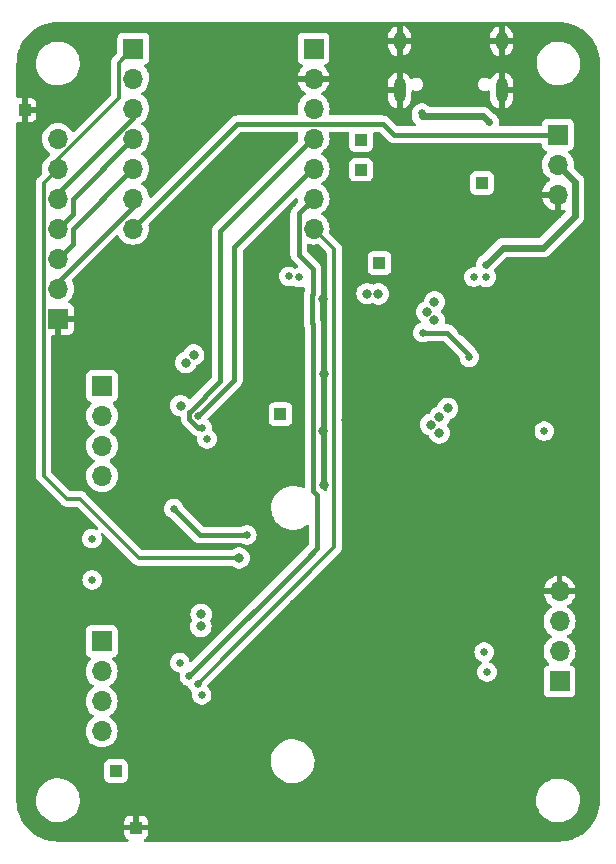
<source format=gbl>
%TF.GenerationSoftware,KiCad,Pcbnew,7.0.11-7.0.11~ubuntu22.04.1*%
%TF.CreationDate,2024-03-24T21:54:49+08:00*%
%TF.ProjectId,motor-controller-pcb,6d6f746f-722d-4636-9f6e-74726f6c6c65,2.1b2*%
%TF.SameCoordinates,Original*%
%TF.FileFunction,Copper,L4,Bot*%
%TF.FilePolarity,Positive*%
%FSLAX46Y46*%
G04 Gerber Fmt 4.6, Leading zero omitted, Abs format (unit mm)*
G04 Created by KiCad (PCBNEW 7.0.11-7.0.11~ubuntu22.04.1) date 2024-03-24 21:54:49*
%MOMM*%
%LPD*%
G01*
G04 APERTURE LIST*
%TA.AperFunction,ComponentPad*%
%ADD10R,1.700000X1.700000*%
%TD*%
%TA.AperFunction,ComponentPad*%
%ADD11O,1.700000X1.700000*%
%TD*%
%TA.AperFunction,ComponentPad*%
%ADD12R,1.000000X1.000000*%
%TD*%
%TA.AperFunction,ComponentPad*%
%ADD13O,1.000000X2.100000*%
%TD*%
%TA.AperFunction,ComponentPad*%
%ADD14O,1.000000X1.600000*%
%TD*%
%TA.AperFunction,ViaPad*%
%ADD15C,0.800000*%
%TD*%
%TA.AperFunction,ViaPad*%
%ADD16C,0.650000*%
%TD*%
%TA.AperFunction,Conductor*%
%ADD17C,0.600000*%
%TD*%
%TA.AperFunction,Conductor*%
%ADD18C,0.400000*%
%TD*%
%TA.AperFunction,Conductor*%
%ADD19C,0.300000*%
%TD*%
G04 APERTURE END LIST*
D10*
%TO.P,J5,1,Pin_1*%
%TO.N,/A6*%
X150270000Y-69420000D03*
D11*
%TO.P,J5,2,Pin_2*%
%TO.N,+5VA*%
X150270000Y-71960000D03*
%TO.P,J5,3,Pin_3*%
%TO.N,GND*%
X150270000Y-74500000D03*
%TD*%
D12*
%TO.P,TP3,1,1*%
%TO.N,GND*%
X114580000Y-128080000D03*
%TD*%
%TO.P,TP1,1,1*%
%TO.N,Vref1*%
X112850000Y-123310000D03*
%TD*%
D13*
%TO.P,J1,S1,SHIELD*%
%TO.N,GND*%
X145520000Y-65670000D03*
D14*
X145520000Y-61490000D03*
D13*
X136880000Y-65670000D03*
D14*
X136880000Y-61490000D03*
%TD*%
D12*
%TO.P,TP5,1,1*%
%TO.N,VBUS*%
X143870000Y-73490000D03*
%TD*%
D10*
%TO.P,J2,1,Pin_1*%
%TO.N,/SDA*%
X150420000Y-115710000D03*
D11*
%TO.P,J2,2,Pin_2*%
%TO.N,/SCL*%
X150420000Y-113170000D03*
%TO.P,J2,3,Pin_3*%
%TO.N,+3V3*%
X150420000Y-110630000D03*
%TO.P,J2,4,Pin_4*%
%TO.N,GND*%
X150420000Y-108090000D03*
%TD*%
D12*
%TO.P,TP7,1,1*%
%TO.N,+5VA*%
X135170000Y-80300000D03*
%TD*%
%TO.P,TP8,1,1*%
%TO.N,+3V3*%
X133600000Y-72380000D03*
%TD*%
D10*
%TO.P,J6,1,Pin_1*%
%TO.N,GND*%
X107940000Y-85010000D03*
D11*
%TO.P,J6,2,Pin_2*%
%TO.N,/SCL*%
X107940000Y-82470000D03*
%TO.P,J6,3,Pin_3*%
%TO.N,/SDA*%
X107940000Y-79930000D03*
%TO.P,J6,4,Pin_4*%
%TO.N,/A3*%
X107940000Y-77390000D03*
%TO.P,J6,5,Pin_5*%
%TO.N,/A2*%
X107940000Y-74850000D03*
%TO.P,J6,6,Pin_6*%
%TO.N,/DAC*%
X107940000Y-72310000D03*
%TO.P,J6,7,Pin_7*%
%TO.N,+5VA*%
X107940000Y-69770000D03*
%TD*%
D10*
%TO.P,U1,0,IO2*%
%TO.N,/DAC*%
X114340000Y-62130000D03*
D11*
%TO.P,U1,1,IO3*%
%TO.N,/ENABLE*%
X114340000Y-64670000D03*
%TO.P,U1,2,IO4*%
%TO.N,/A2*%
X114340000Y-67210000D03*
%TO.P,U1,3,IO5*%
%TO.N,/A3*%
X114340000Y-69750000D03*
%TO.P,U1,4,IO6*%
%TO.N,/SDA*%
X114340000Y-72290000D03*
%TO.P,U1,5,IO7*%
%TO.N,/SCL*%
X114340000Y-74830000D03*
%TO.P,U1,6,IO21*%
%TO.N,/A6*%
X114300000Y-77380000D03*
%TO.P,U1,7,IO20*%
%TO.N,/A7*%
X129590000Y-77370000D03*
%TO.P,U1,8,IO8*%
%TO.N,/A8*%
X129590000Y-74830000D03*
%TO.P,U1,9,IO9*%
%TO.N,/A9*%
X129590000Y-72290000D03*
%TO.P,U1,10,IO10*%
%TO.N,/A10*%
X129590000Y-69750000D03*
%TO.P,U1,11,3V3*%
%TO.N,unconnected-(U1-3V3-Pad11)*%
X129590000Y-67210000D03*
%TO.P,U1,12,GND*%
%TO.N,GND*%
X129590000Y-64670000D03*
D10*
%TO.P,U1,13,5V*%
%TO.N,+5V*%
X129590000Y-62130000D03*
%TD*%
D12*
%TO.P,TP9,1,1*%
%TO.N,VMEM*%
X126790000Y-93090000D03*
%TD*%
%TO.P,TP6,1,1*%
%TO.N,+5V*%
X133620000Y-69890000D03*
%TD*%
D10*
%TO.P,J4,1,Pin_1*%
%TO.N,M1A1*%
X111690000Y-90680000D03*
D11*
%TO.P,J4,2,Pin_2*%
%TO.N,M1A2*%
X111690000Y-93220000D03*
%TO.P,J4,3,Pin_3*%
%TO.N,M1B2*%
X111690000Y-95760000D03*
%TO.P,J4,4,Pin_4*%
%TO.N,M1B1*%
X111690000Y-98300000D03*
%TD*%
D10*
%TO.P,J8,1,Pin_1*%
%TO.N,M2A1*%
X111655000Y-112310000D03*
D11*
%TO.P,J8,2,Pin_2*%
%TO.N,M2A2*%
X111655000Y-114850000D03*
%TO.P,J8,3,Pin_3*%
%TO.N,M2B2*%
X111655000Y-117390000D03*
%TO.P,J8,4,Pin_4*%
%TO.N,M2B1*%
X111655000Y-119930000D03*
%TD*%
D12*
%TO.P,TP2,1,1*%
%TO.N,GND*%
X105130000Y-67310000D03*
%TD*%
D15*
%TO.N,GND*%
X144030000Y-89040000D03*
D16*
X137450000Y-87410000D03*
D15*
X146100000Y-72300000D03*
D16*
X114930000Y-120650000D03*
X117980000Y-94500000D03*
D15*
X144690000Y-95380000D03*
X127010000Y-80160000D03*
X144600000Y-94330000D03*
D16*
X118130000Y-95490000D03*
D15*
X147160000Y-109610000D03*
X132620000Y-80100000D03*
X130760000Y-71010000D03*
X116560000Y-78410000D03*
X114610000Y-110140000D03*
D16*
X105470000Y-105810000D03*
D15*
X149780000Y-86970000D03*
X127940000Y-109180000D03*
X111045000Y-105300000D03*
D16*
X138220000Y-87260000D03*
X138220000Y-88200000D03*
D15*
X116810000Y-88510000D03*
X120830000Y-76350000D03*
X130280000Y-79580000D03*
X142550000Y-74840000D03*
X117420000Y-107080000D03*
X152010000Y-127680000D03*
X120550000Y-79830000D03*
X118960000Y-61560000D03*
D16*
X116990000Y-95510000D03*
D15*
X138230000Y-82540000D03*
X114620000Y-111060000D03*
X130500000Y-99110000D03*
X124450000Y-87080000D03*
X134160000Y-89570000D03*
X106040000Y-116410000D03*
X132350000Y-93540000D03*
X134630000Y-93760000D03*
X132930000Y-103530000D03*
D16*
X121230000Y-118840000D03*
D15*
X120730000Y-122620000D03*
X118220000Y-82810000D03*
X124980000Y-91590000D03*
X144470000Y-96310000D03*
X146080000Y-97000000D03*
X132490000Y-87080000D03*
X115060000Y-89390000D03*
X140510000Y-106340000D03*
X140960000Y-103420000D03*
X152010000Y-61560000D03*
D16*
X117090000Y-94480000D03*
D15*
X119790000Y-118200000D03*
D16*
X116740000Y-117160000D03*
D15*
X117680000Y-85160000D03*
X142880000Y-86570000D03*
X116780000Y-72070000D03*
D16*
X117860000Y-116040000D03*
D15*
X127580000Y-69820000D03*
D16*
X120780000Y-119860000D03*
D15*
X115260000Y-91370000D03*
X106240000Y-127580000D03*
X135250000Y-65480000D03*
X144170000Y-87760000D03*
D16*
X116840000Y-116120000D03*
D15*
X149810000Y-85170000D03*
X115220000Y-99360000D03*
X128020000Y-83720000D03*
X129710000Y-127650000D03*
X123580000Y-108810000D03*
X148370000Y-106580000D03*
X146490000Y-68240000D03*
D16*
X140410000Y-90610000D03*
D15*
X132750000Y-98410000D03*
X130370000Y-83350000D03*
X124060000Y-79600000D03*
X130370000Y-94510000D03*
X136610000Y-71370000D03*
D16*
X141000000Y-91160000D03*
X139360000Y-88100000D03*
X151750000Y-98810000D03*
D15*
X128200000Y-87460000D03*
X110940000Y-81080000D03*
X128400000Y-98610000D03*
X121560000Y-125100000D03*
X117080000Y-103230000D03*
X142150000Y-86020000D03*
X120270000Y-96830000D03*
X145120000Y-92680000D03*
X130500000Y-89640000D03*
D16*
X117880000Y-117160000D03*
D15*
X140620000Y-99380000D03*
D16*
X140510000Y-88360000D03*
D15*
X121730000Y-98520000D03*
X118010000Y-80100000D03*
X125290000Y-112090000D03*
X109920000Y-98310000D03*
X105490000Y-94670000D03*
X135680000Y-77100000D03*
D16*
X137350000Y-88220000D03*
D15*
X117400000Y-110280000D03*
X115080000Y-88430000D03*
X110180000Y-67460000D03*
D16*
X141240000Y-88360000D03*
D15*
X117060000Y-76270000D03*
X118830000Y-74670000D03*
X120200000Y-100550000D03*
X141010000Y-61520000D03*
X149800000Y-81150000D03*
X125870000Y-103100000D03*
X142950000Y-84370000D03*
X106290000Y-61520000D03*
X109460000Y-91130000D03*
X124840000Y-61560000D03*
X145490000Y-81300000D03*
%TO.N,VMEM*%
X120050000Y-111050000D03*
X139500000Y-93960000D03*
X140250000Y-93350000D03*
D16*
X110835000Y-103610000D03*
D15*
X119450000Y-88060000D03*
X140950000Y-92590000D03*
X140230000Y-94670000D03*
X118780000Y-88710000D03*
X120070000Y-110030000D03*
D16*
%TO.N,VBUS*%
X138760000Y-67590000D03*
X144450000Y-68380000D03*
%TO.N,+5VA*%
X143170000Y-81480000D03*
D15*
X139160000Y-84420000D03*
X139830000Y-83580000D03*
D16*
X144210000Y-81500000D03*
D15*
X139830000Y-85150000D03*
D16*
X144180000Y-80430000D03*
X128390000Y-81500000D03*
X127490000Y-81420000D03*
D15*
%TO.N,+3V3*%
X135080000Y-82910000D03*
D16*
X120570000Y-95170000D03*
X144275000Y-114910000D03*
D15*
X118340000Y-92370000D03*
D16*
X118270000Y-114120000D03*
D15*
X134130000Y-82880000D03*
D16*
X120110000Y-116840000D03*
X144045000Y-113220000D03*
X110845000Y-107120000D03*
X149140000Y-94520000D03*
D15*
%TO.N,/DAC*%
X123290000Y-105250000D03*
D16*
%TO.N,Vref1*%
X117750000Y-101070000D03*
X123940000Y-103310000D03*
%TO.N,/A10*%
X120150000Y-94230000D03*
%TO.N,/A9*%
X119810000Y-93210000D03*
%TO.N,Net-(U3-OC)*%
X142770000Y-88270000D03*
X138850000Y-86175000D03*
%TO.N,/A8*%
X119077298Y-115257298D03*
%TO.N,/A7*%
X119770000Y-115900000D03*
%TD*%
D17*
%TO.N,VBUS*%
X143940000Y-67870000D02*
X144450000Y-68380000D01*
X138750000Y-67870000D02*
X143940000Y-67870000D01*
%TO.N,+5VA*%
X151060000Y-76980000D02*
X149060000Y-78980000D01*
X144180000Y-80430000D02*
X145630000Y-78980000D01*
X151060000Y-76980000D02*
X151060000Y-76970000D01*
X145630000Y-78980000D02*
X149060000Y-78980000D01*
X151730000Y-76300000D02*
X151730000Y-73420000D01*
X151060000Y-76970000D02*
X151730000Y-76300000D01*
X151730000Y-73420000D02*
X150270000Y-71960000D01*
D18*
%TO.N,/SDA*%
X114260000Y-72290000D02*
X114280000Y-72290000D01*
X114280000Y-72290000D02*
X114290000Y-72280000D01*
X107940000Y-79930000D02*
X109190000Y-78680000D01*
X114260000Y-72310000D02*
X114260000Y-72290000D01*
X109190000Y-77380000D02*
X114260000Y-72310000D01*
X109190000Y-78680000D02*
X109190000Y-77380000D01*
%TO.N,/SCL*%
X107940000Y-81912233D02*
X114290000Y-75562233D01*
X107940000Y-82470000D02*
X107940000Y-81912233D01*
X114290000Y-75562233D02*
X114280000Y-74820000D01*
X114280000Y-74820000D02*
X114290000Y-74820000D01*
%TO.N,/A3*%
X109190000Y-76140000D02*
X109190000Y-74840000D01*
X107940000Y-77390000D02*
X109190000Y-76140000D01*
X109190000Y-74840000D02*
X114290000Y-69740000D01*
%TO.N,/A2*%
X114290000Y-67972233D02*
X114280000Y-67210000D01*
X107940000Y-74850000D02*
X107940000Y-74322233D01*
X107940000Y-74322233D02*
X114290000Y-67972233D01*
X114280000Y-67210000D02*
X114290000Y-67200000D01*
D19*
%TO.N,/DAC*%
X107940000Y-71490000D02*
X113090000Y-66340000D01*
X106740000Y-73510000D02*
X107940000Y-72310000D01*
X123280000Y-105260000D02*
X123290000Y-105250000D01*
X108700000Y-100250000D02*
X106740000Y-98290000D01*
X121250000Y-105260000D02*
X114850000Y-105260000D01*
X113090000Y-66340000D02*
X113090000Y-63320000D01*
X113090000Y-63320000D02*
X114290000Y-62120000D01*
X109840000Y-100250000D02*
X108700000Y-100250000D01*
X114850000Y-105260000D02*
X109840000Y-100250000D01*
X121250000Y-105260000D02*
X123280000Y-105260000D01*
X106740000Y-98290000D02*
X106740000Y-73510000D01*
X107940000Y-72310000D02*
X107940000Y-71490000D01*
D18*
%TO.N,/A6*%
X135460000Y-68490000D02*
X136390000Y-69420000D01*
X123130000Y-68490000D02*
X135460000Y-68490000D01*
X136390000Y-69420000D02*
X150270000Y-69420000D01*
X114250000Y-77370000D02*
X123130000Y-68490000D01*
%TO.N,Vref1*%
X123940000Y-103310000D02*
X119970000Y-103310000D01*
X119970000Y-103310000D02*
X117790000Y-101130000D01*
X117790000Y-101130000D02*
X117750000Y-101130000D01*
%TO.N,/A10*%
X119804695Y-94230000D02*
X119085000Y-93510305D01*
X120150000Y-94230000D02*
X119804695Y-94230000D01*
X121675000Y-90305000D02*
X121675000Y-77605000D01*
X119085000Y-92895000D02*
X119100000Y-92880000D01*
X119085000Y-93510305D02*
X119085000Y-92895000D01*
X121675000Y-77605000D02*
X129540000Y-69740000D01*
X119100000Y-92880000D02*
X121675000Y-90305000D01*
%TO.N,/A9*%
X119830000Y-93210000D02*
X122890000Y-90150000D01*
X119810000Y-93210000D02*
X119830000Y-93210000D01*
X122890000Y-78930000D02*
X129540000Y-72280000D01*
X122890000Y-90150000D02*
X122890000Y-78930000D01*
%TO.N,Net-(U3-OC)*%
X138850000Y-86175000D02*
X140915000Y-86175000D01*
X142770000Y-88030000D02*
X142770000Y-88270000D01*
X140915000Y-86175000D02*
X142770000Y-88030000D01*
%TO.N,/A8*%
X128350000Y-76080000D02*
X128340000Y-76090000D01*
X129600000Y-74830000D02*
X128350000Y-76080000D01*
X129910000Y-104424596D02*
X129317298Y-105017298D01*
X128350000Y-79610000D02*
X128865000Y-80125000D01*
X128340000Y-79600000D02*
X128340000Y-76090000D01*
X128340000Y-79600000D02*
X128605000Y-79865000D01*
X129540000Y-85460000D02*
X129540000Y-99590000D01*
X128340000Y-76090000D02*
X128565000Y-75865000D01*
X129540000Y-80800000D02*
X129540000Y-82940000D01*
X129540000Y-99590000D02*
X129910000Y-99960000D01*
X129470000Y-85390000D02*
X129540000Y-85460000D01*
X128865000Y-80125000D02*
X129540000Y-80800000D01*
X129540000Y-104794596D02*
X119077298Y-115257298D01*
X129540000Y-82940000D02*
X129470000Y-83010000D01*
X129470000Y-83010000D02*
X129470000Y-85390000D01*
X128865000Y-80125000D02*
X128340000Y-79600000D01*
X129910000Y-99960000D02*
X129910000Y-104424596D01*
D19*
%TO.N,/A7*%
X131360000Y-79130000D02*
X131360000Y-79440000D01*
X130495000Y-78265000D02*
X129600000Y-77370000D01*
X131360000Y-104310000D02*
X131360000Y-79440000D01*
X119770000Y-115900000D02*
X131360000Y-104310000D01*
X130630000Y-78400000D02*
X130495000Y-78265000D01*
X130495000Y-78265000D02*
X131360000Y-79130000D01*
%TD*%
%TA.AperFunction,Conductor*%
%TO.N,GND*%
G36*
X129196593Y-78662728D02*
G01*
X129204972Y-78664973D01*
X129354592Y-78705063D01*
X129542918Y-78721539D01*
X129589999Y-78725659D01*
X129590000Y-78725659D01*
X129590001Y-78725659D01*
X129629234Y-78722226D01*
X129825408Y-78705063D01*
X129905878Y-78683501D01*
X129975723Y-78685164D01*
X130025649Y-78715595D01*
X130673181Y-79363126D01*
X130706666Y-79424449D01*
X130709500Y-79450807D01*
X130709500Y-99485297D01*
X130689815Y-99552336D01*
X130637011Y-99598091D01*
X130567853Y-99608035D01*
X130504297Y-99579010D01*
X130487890Y-99561771D01*
X130476786Y-99547598D01*
X130472354Y-99541577D01*
X130438183Y-99492071D01*
X130393153Y-99452178D01*
X130387715Y-99447058D01*
X130276819Y-99336162D01*
X130243334Y-99274839D01*
X130240500Y-99248481D01*
X130240500Y-85484920D01*
X130240726Y-85477432D01*
X130244358Y-85417394D01*
X130233514Y-85358221D01*
X130232387Y-85350815D01*
X130230775Y-85337539D01*
X130225140Y-85291128D01*
X130221548Y-85281656D01*
X130215521Y-85260034D01*
X130213695Y-85250071D01*
X130213693Y-85250063D01*
X130189012Y-85195226D01*
X130186144Y-85188304D01*
X130178557Y-85168298D01*
X130170500Y-85124328D01*
X130170500Y-83275670D01*
X130178556Y-83231704D01*
X130186147Y-83211685D01*
X130189010Y-83204776D01*
X130213693Y-83149936D01*
X130213693Y-83149934D01*
X130213695Y-83149931D01*
X130215522Y-83139959D01*
X130221546Y-83118347D01*
X130225140Y-83108872D01*
X130232387Y-83049184D01*
X130233514Y-83041777D01*
X130236143Y-83027432D01*
X130244358Y-82982606D01*
X130240726Y-82922565D01*
X130240500Y-82915078D01*
X130240500Y-80824908D01*
X130240726Y-80817421D01*
X130244357Y-80757394D01*
X130244356Y-80757391D01*
X130233516Y-80698235D01*
X130232389Y-80690830D01*
X130225140Y-80631129D01*
X130225139Y-80631125D01*
X130221546Y-80621651D01*
X130215519Y-80600029D01*
X130214506Y-80594500D01*
X130213694Y-80590068D01*
X130189010Y-80535223D01*
X130186149Y-80528317D01*
X130164818Y-80472070D01*
X130159058Y-80463726D01*
X130148035Y-80444180D01*
X130143878Y-80434943D01*
X130106763Y-80387569D01*
X130102345Y-80381563D01*
X130068185Y-80332073D01*
X130068183Y-80332071D01*
X130023153Y-80292178D01*
X130017715Y-80287058D01*
X129076819Y-79346162D01*
X129043334Y-79284839D01*
X129040500Y-79258481D01*
X129040500Y-78782503D01*
X129060185Y-78715464D01*
X129112989Y-78669709D01*
X129182147Y-78659765D01*
X129196593Y-78662728D01*
G37*
%TD.AperFunction*%
%TA.AperFunction,Conductor*%
G36*
X150331032Y-59875648D02*
G01*
X150665909Y-59892100D01*
X150678018Y-59893293D01*
X151006642Y-59942040D01*
X151018576Y-59944414D01*
X151179293Y-59984671D01*
X151340858Y-60025141D01*
X151352486Y-60028669D01*
X151665290Y-60140591D01*
X151676519Y-60145242D01*
X151976877Y-60287300D01*
X151987585Y-60293024D01*
X152268618Y-60461469D01*
X152272544Y-60463822D01*
X152282662Y-60470582D01*
X152549514Y-60668494D01*
X152558920Y-60676214D01*
X152805084Y-60899324D01*
X152813675Y-60907915D01*
X152969417Y-61079750D01*
X153036785Y-61154079D01*
X153044505Y-61163485D01*
X153242417Y-61430337D01*
X153249177Y-61440455D01*
X153418473Y-61722909D01*
X153419968Y-61725402D01*
X153425703Y-61736130D01*
X153440283Y-61766957D01*
X153567754Y-62036473D01*
X153572410Y-62047716D01*
X153684327Y-62360503D01*
X153687860Y-62372148D01*
X153768585Y-62694423D01*
X153770959Y-62706357D01*
X153819706Y-63034981D01*
X153820899Y-63047091D01*
X153837351Y-63381966D01*
X153837500Y-63388051D01*
X153837500Y-125761948D01*
X153837351Y-125768033D01*
X153820899Y-126102908D01*
X153819706Y-126115018D01*
X153770959Y-126443642D01*
X153768585Y-126455576D01*
X153687860Y-126777851D01*
X153684327Y-126789496D01*
X153572410Y-127102283D01*
X153567754Y-127113526D01*
X153425705Y-127413865D01*
X153419968Y-127424597D01*
X153249177Y-127709544D01*
X153242417Y-127719662D01*
X153044505Y-127986514D01*
X153036785Y-127995920D01*
X152813682Y-128242077D01*
X152805077Y-128250682D01*
X152558920Y-128473785D01*
X152549514Y-128481505D01*
X152282662Y-128679417D01*
X152272544Y-128686177D01*
X151987597Y-128856968D01*
X151976865Y-128862705D01*
X151676526Y-129004754D01*
X151665283Y-129009410D01*
X151352496Y-129121327D01*
X151340851Y-129124860D01*
X151018576Y-129205585D01*
X151006642Y-129207959D01*
X150678018Y-129256706D01*
X150665908Y-129257899D01*
X150349645Y-129273436D01*
X150331032Y-129274351D01*
X150324949Y-129274500D01*
X115336025Y-129274500D01*
X115268986Y-129254815D01*
X115223231Y-129202011D01*
X115213287Y-129132853D01*
X115242312Y-129069297D01*
X115292691Y-129034318D01*
X115322088Y-129023353D01*
X115322093Y-129023350D01*
X115437187Y-128937190D01*
X115437190Y-128937187D01*
X115523350Y-128822093D01*
X115523354Y-128822086D01*
X115573596Y-128687379D01*
X115573598Y-128687372D01*
X115579999Y-128627844D01*
X115580000Y-128627827D01*
X115580000Y-128330000D01*
X114604624Y-128330000D01*
X114677545Y-128315495D01*
X114760240Y-128260240D01*
X114815495Y-128177545D01*
X114834898Y-128080000D01*
X114815495Y-127982455D01*
X114760240Y-127899760D01*
X114677545Y-127844505D01*
X114604624Y-127830000D01*
X114555376Y-127830000D01*
X114482455Y-127844505D01*
X114399760Y-127899760D01*
X114344505Y-127982455D01*
X114325102Y-128080000D01*
X114344505Y-128177545D01*
X114399760Y-128260240D01*
X114482455Y-128315495D01*
X114555376Y-128330000D01*
X113580000Y-128330000D01*
X113580000Y-128627844D01*
X113586401Y-128687372D01*
X113586403Y-128687379D01*
X113636645Y-128822086D01*
X113636649Y-128822093D01*
X113722809Y-128937187D01*
X113722812Y-128937190D01*
X113837906Y-129023350D01*
X113837911Y-129023353D01*
X113867309Y-129034318D01*
X113923242Y-129076190D01*
X113947659Y-129141654D01*
X113932807Y-129209927D01*
X113883402Y-129259332D01*
X113823975Y-129274500D01*
X107951051Y-129274500D01*
X107944967Y-129274351D01*
X107925259Y-129273382D01*
X107610091Y-129257899D01*
X107597981Y-129256706D01*
X107269357Y-129207959D01*
X107257423Y-129205585D01*
X106935148Y-129124860D01*
X106923503Y-129121327D01*
X106610716Y-129009410D01*
X106599473Y-129004754D01*
X106299134Y-128862705D01*
X106288407Y-128856970D01*
X106003455Y-128686177D01*
X105993337Y-128679417D01*
X105726485Y-128481505D01*
X105717079Y-128473785D01*
X105628812Y-128393785D01*
X105470915Y-128250675D01*
X105462324Y-128242084D01*
X105239214Y-127995920D01*
X105231494Y-127986514D01*
X105167153Y-127899760D01*
X105115415Y-127830000D01*
X113580000Y-127830000D01*
X114330000Y-127830000D01*
X114330000Y-127080000D01*
X114830000Y-127080000D01*
X114830000Y-127830000D01*
X115580000Y-127830000D01*
X115580000Y-127532172D01*
X115579999Y-127532155D01*
X115573598Y-127472627D01*
X115573596Y-127472620D01*
X115523354Y-127337913D01*
X115523350Y-127337906D01*
X115437190Y-127222812D01*
X115437187Y-127222809D01*
X115322093Y-127136649D01*
X115322086Y-127136645D01*
X115187379Y-127086403D01*
X115187372Y-127086401D01*
X115127844Y-127080000D01*
X114830000Y-127080000D01*
X114330000Y-127080000D01*
X114032155Y-127080000D01*
X113972627Y-127086401D01*
X113972620Y-127086403D01*
X113837913Y-127136645D01*
X113837906Y-127136649D01*
X113722812Y-127222809D01*
X113722809Y-127222812D01*
X113636649Y-127337906D01*
X113636645Y-127337913D01*
X113586403Y-127472620D01*
X113586401Y-127472627D01*
X113580000Y-127532155D01*
X113580000Y-127830000D01*
X105115415Y-127830000D01*
X105033580Y-127719659D01*
X105026822Y-127709544D01*
X104979445Y-127630500D01*
X104856024Y-127424585D01*
X104850300Y-127413877D01*
X104708242Y-127113519D01*
X104703589Y-127102283D01*
X104697907Y-127086403D01*
X104591669Y-126789486D01*
X104588139Y-126777851D01*
X104575296Y-126726580D01*
X104514953Y-126485675D01*
X104507414Y-126455576D01*
X104505040Y-126443642D01*
X104456293Y-126115018D01*
X104455100Y-126102907D01*
X104454810Y-126097013D01*
X104441583Y-125827763D01*
X106095787Y-125827763D01*
X106125413Y-126097013D01*
X106125415Y-126097024D01*
X106193926Y-126359082D01*
X106193928Y-126359088D01*
X106299870Y-126608390D01*
X106410398Y-126789496D01*
X106440979Y-126839605D01*
X106440986Y-126839615D01*
X106614253Y-127047819D01*
X106614259Y-127047824D01*
X106681451Y-127108028D01*
X106815998Y-127228582D01*
X107041910Y-127378044D01*
X107287176Y-127493020D01*
X107287183Y-127493022D01*
X107287185Y-127493023D01*
X107546557Y-127571057D01*
X107546564Y-127571058D01*
X107546569Y-127571060D01*
X107814561Y-127610500D01*
X107814566Y-127610500D01*
X108017629Y-127610500D01*
X108017631Y-127610500D01*
X108017636Y-127610499D01*
X108017648Y-127610499D01*
X108055191Y-127607750D01*
X108220156Y-127595677D01*
X108332758Y-127570593D01*
X108484546Y-127536782D01*
X108484548Y-127536781D01*
X108484553Y-127536780D01*
X108737558Y-127440014D01*
X108973777Y-127307441D01*
X109188177Y-127141888D01*
X109376186Y-126946881D01*
X109533799Y-126726579D01*
X109647366Y-126505690D01*
X109657649Y-126485690D01*
X109657651Y-126485684D01*
X109657656Y-126485675D01*
X109745118Y-126229305D01*
X109794319Y-125962933D01*
X109798528Y-125847763D01*
X148435787Y-125847763D01*
X148465413Y-126117013D01*
X148465415Y-126117024D01*
X148528699Y-126359088D01*
X148533928Y-126379088D01*
X148639870Y-126628390D01*
X148699792Y-126726575D01*
X148780979Y-126859605D01*
X148780986Y-126859615D01*
X148954253Y-127067819D01*
X148954259Y-127067824D01*
X149031073Y-127136649D01*
X149155998Y-127248582D01*
X149381910Y-127398044D01*
X149627176Y-127513020D01*
X149627183Y-127513022D01*
X149627185Y-127513023D01*
X149886557Y-127591057D01*
X149886564Y-127591058D01*
X149886569Y-127591060D01*
X150154561Y-127630500D01*
X150154566Y-127630500D01*
X150357629Y-127630500D01*
X150357631Y-127630500D01*
X150357636Y-127630499D01*
X150357648Y-127630499D01*
X150395191Y-127627750D01*
X150560156Y-127615677D01*
X150672758Y-127590593D01*
X150824546Y-127556782D01*
X150824548Y-127556781D01*
X150824553Y-127556780D01*
X151077558Y-127460014D01*
X151313777Y-127327441D01*
X151528177Y-127161888D01*
X151716186Y-126966881D01*
X151873799Y-126746579D01*
X151947787Y-126602669D01*
X151997649Y-126505690D01*
X151997651Y-126505684D01*
X151997656Y-126505675D01*
X152085118Y-126249305D01*
X152134319Y-125982933D01*
X152144212Y-125712235D01*
X152114586Y-125442982D01*
X152046072Y-125180912D01*
X151940130Y-124931610D01*
X151799018Y-124700390D01*
X151709747Y-124593119D01*
X151625746Y-124492180D01*
X151625740Y-124492175D01*
X151424002Y-124311418D01*
X151198092Y-124161957D01*
X151151279Y-124140012D01*
X150952824Y-124046980D01*
X150952819Y-124046978D01*
X150952814Y-124046976D01*
X150693442Y-123968942D01*
X150693428Y-123968939D01*
X150577791Y-123951921D01*
X150425439Y-123929500D01*
X150222369Y-123929500D01*
X150222351Y-123929500D01*
X150019844Y-123944323D01*
X150019831Y-123944325D01*
X149755453Y-124003217D01*
X149755446Y-124003220D01*
X149502439Y-124099987D01*
X149266226Y-124232557D01*
X149051822Y-124398112D01*
X148863822Y-124593109D01*
X148863816Y-124593116D01*
X148706202Y-124813419D01*
X148706199Y-124813424D01*
X148582350Y-125054309D01*
X148582343Y-125054327D01*
X148494884Y-125310685D01*
X148494881Y-125310699D01*
X148445681Y-125577068D01*
X148445680Y-125577075D01*
X148435787Y-125847763D01*
X109798528Y-125847763D01*
X109804212Y-125692235D01*
X109774586Y-125422982D01*
X109706072Y-125160912D01*
X109600130Y-124911610D01*
X109459018Y-124680390D01*
X109386391Y-124593119D01*
X109285746Y-124472180D01*
X109285740Y-124472175D01*
X109084002Y-124291418D01*
X108858092Y-124141957D01*
X108853943Y-124140012D01*
X108612824Y-124026980D01*
X108612819Y-124026978D01*
X108612814Y-124026976D01*
X108353442Y-123948942D01*
X108353428Y-123948939D01*
X108237791Y-123931921D01*
X108085439Y-123909500D01*
X107882369Y-123909500D01*
X107882351Y-123909500D01*
X107679844Y-123924323D01*
X107679831Y-123924325D01*
X107415453Y-123983217D01*
X107415446Y-123983220D01*
X107162439Y-124079987D01*
X106926226Y-124212557D01*
X106711822Y-124378112D01*
X106523822Y-124573109D01*
X106523816Y-124573116D01*
X106366202Y-124793419D01*
X106366199Y-124793424D01*
X106242350Y-125034309D01*
X106242343Y-125034327D01*
X106154884Y-125290685D01*
X106154881Y-125290699D01*
X106105681Y-125557068D01*
X106105680Y-125557075D01*
X106095787Y-125827763D01*
X104441583Y-125827763D01*
X104438649Y-125768032D01*
X104438500Y-125761948D01*
X104438500Y-123857870D01*
X111849500Y-123857870D01*
X111849501Y-123857876D01*
X111855908Y-123917483D01*
X111906202Y-124052328D01*
X111906206Y-124052335D01*
X111992452Y-124167544D01*
X111992455Y-124167547D01*
X112107664Y-124253793D01*
X112107671Y-124253797D01*
X112242517Y-124304091D01*
X112242516Y-124304091D01*
X112249444Y-124304835D01*
X112302127Y-124310500D01*
X113397872Y-124310499D01*
X113457483Y-124304091D01*
X113592331Y-124253796D01*
X113707546Y-124167546D01*
X113793796Y-124052331D01*
X113844091Y-123917483D01*
X113850500Y-123857873D01*
X113850499Y-122762128D01*
X113844091Y-122702517D01*
X113829326Y-122662931D01*
X113793797Y-122567671D01*
X113793793Y-122567664D01*
X113763923Y-122527763D01*
X125965787Y-122527763D01*
X125995413Y-122797013D01*
X125995415Y-122797024D01*
X126063926Y-123059082D01*
X126063928Y-123059088D01*
X126169870Y-123308390D01*
X126241998Y-123426575D01*
X126310979Y-123539605D01*
X126310986Y-123539615D01*
X126484253Y-123747819D01*
X126484259Y-123747824D01*
X126685998Y-123928582D01*
X126911910Y-124078044D01*
X127157176Y-124193020D01*
X127157183Y-124193022D01*
X127157185Y-124193023D01*
X127416557Y-124271057D01*
X127416564Y-124271058D01*
X127416569Y-124271060D01*
X127684561Y-124310500D01*
X127684566Y-124310500D01*
X127887629Y-124310500D01*
X127887631Y-124310500D01*
X127887636Y-124310499D01*
X127887648Y-124310499D01*
X127925191Y-124307750D01*
X128090156Y-124295677D01*
X128202758Y-124270593D01*
X128354546Y-124236782D01*
X128354548Y-124236781D01*
X128354553Y-124236780D01*
X128607558Y-124140014D01*
X128843777Y-124007441D01*
X129058177Y-123841888D01*
X129246186Y-123646881D01*
X129403799Y-123426579D01*
X129477787Y-123282669D01*
X129527649Y-123185690D01*
X129527651Y-123185684D01*
X129527656Y-123185675D01*
X129615118Y-122929305D01*
X129664319Y-122662933D01*
X129674212Y-122392235D01*
X129644586Y-122122982D01*
X129576072Y-121860912D01*
X129470130Y-121611610D01*
X129329018Y-121380390D01*
X129239747Y-121273119D01*
X129155746Y-121172180D01*
X129155740Y-121172175D01*
X128954002Y-120991418D01*
X128728092Y-120841957D01*
X128641578Y-120801401D01*
X128482824Y-120726980D01*
X128482819Y-120726978D01*
X128482814Y-120726976D01*
X128223442Y-120648942D01*
X128223428Y-120648939D01*
X128107791Y-120631921D01*
X127955439Y-120609500D01*
X127752369Y-120609500D01*
X127752351Y-120609500D01*
X127549844Y-120624323D01*
X127549831Y-120624325D01*
X127285453Y-120683217D01*
X127285446Y-120683220D01*
X127032439Y-120779987D01*
X126796226Y-120912557D01*
X126581822Y-121078112D01*
X126393822Y-121273109D01*
X126393816Y-121273116D01*
X126236202Y-121493419D01*
X126236199Y-121493424D01*
X126112350Y-121734309D01*
X126112343Y-121734327D01*
X126024884Y-121990685D01*
X126024881Y-121990699D01*
X125975681Y-122257068D01*
X125975680Y-122257075D01*
X125965787Y-122527763D01*
X113763923Y-122527763D01*
X113707547Y-122452455D01*
X113707544Y-122452452D01*
X113592335Y-122366206D01*
X113592328Y-122366202D01*
X113457482Y-122315908D01*
X113457483Y-122315908D01*
X113397883Y-122309501D01*
X113397881Y-122309500D01*
X113397873Y-122309500D01*
X113397864Y-122309500D01*
X112302129Y-122309500D01*
X112302123Y-122309501D01*
X112242516Y-122315908D01*
X112107671Y-122366202D01*
X112107664Y-122366206D01*
X111992455Y-122452452D01*
X111992452Y-122452455D01*
X111906206Y-122567664D01*
X111906202Y-122567671D01*
X111855908Y-122702517D01*
X111849501Y-122762116D01*
X111849501Y-122762123D01*
X111849500Y-122762135D01*
X111849500Y-123857870D01*
X104438500Y-123857870D01*
X104438500Y-119930000D01*
X110299341Y-119930000D01*
X110319936Y-120165403D01*
X110319938Y-120165413D01*
X110381094Y-120393655D01*
X110381096Y-120393659D01*
X110381097Y-120393663D01*
X110480965Y-120607830D01*
X110480967Y-120607834D01*
X110564392Y-120726976D01*
X110616505Y-120801401D01*
X110783599Y-120968495D01*
X110880384Y-121036265D01*
X110977165Y-121104032D01*
X110977167Y-121104033D01*
X110977170Y-121104035D01*
X111191337Y-121203903D01*
X111419592Y-121265063D01*
X111607918Y-121281539D01*
X111654999Y-121285659D01*
X111655000Y-121285659D01*
X111655001Y-121285659D01*
X111694234Y-121282226D01*
X111890408Y-121265063D01*
X112118663Y-121203903D01*
X112332830Y-121104035D01*
X112526401Y-120968495D01*
X112693495Y-120801401D01*
X112829035Y-120607830D01*
X112928903Y-120393663D01*
X112990063Y-120165408D01*
X113010659Y-119930000D01*
X112990063Y-119694592D01*
X112928903Y-119466337D01*
X112829035Y-119252171D01*
X112693495Y-119058599D01*
X112693494Y-119058597D01*
X112526402Y-118891506D01*
X112526396Y-118891501D01*
X112340842Y-118761575D01*
X112297217Y-118706998D01*
X112290023Y-118637500D01*
X112321546Y-118575145D01*
X112340842Y-118558425D01*
X112363026Y-118542891D01*
X112526401Y-118428495D01*
X112693495Y-118261401D01*
X112829035Y-118067830D01*
X112928903Y-117853663D01*
X112990063Y-117625408D01*
X113010659Y-117390000D01*
X112990063Y-117154592D01*
X112928903Y-116926337D01*
X112829035Y-116712171D01*
X112797745Y-116667483D01*
X112693494Y-116518597D01*
X112526402Y-116351506D01*
X112526396Y-116351501D01*
X112340842Y-116221575D01*
X112297217Y-116166998D01*
X112290023Y-116097500D01*
X112321546Y-116035145D01*
X112340842Y-116018425D01*
X112410847Y-115969407D01*
X112526401Y-115888495D01*
X112693495Y-115721401D01*
X112829035Y-115527830D01*
X112928903Y-115313663D01*
X112990063Y-115085408D01*
X113010659Y-114850000D01*
X112990063Y-114614592D01*
X112938489Y-114422112D01*
X112928905Y-114386344D01*
X112928904Y-114386343D01*
X112928903Y-114386337D01*
X112829035Y-114172171D01*
X112792909Y-114120578D01*
X112693496Y-113978600D01*
X112653735Y-113938839D01*
X112571567Y-113856671D01*
X112538084Y-113795351D01*
X112543068Y-113725659D01*
X112584939Y-113669725D01*
X112615915Y-113652810D01*
X112747331Y-113603796D01*
X112862546Y-113517546D01*
X112948796Y-113402331D01*
X112999091Y-113267483D01*
X113005500Y-113207873D01*
X113005499Y-111412128D01*
X112999091Y-111352517D01*
X112982425Y-111307834D01*
X112948797Y-111217671D01*
X112948793Y-111217664D01*
X112862547Y-111102455D01*
X112862544Y-111102452D01*
X112792478Y-111050000D01*
X119144540Y-111050000D01*
X119164326Y-111238256D01*
X119164327Y-111238259D01*
X119222818Y-111418277D01*
X119222821Y-111418284D01*
X119317467Y-111582216D01*
X119395153Y-111668495D01*
X119444129Y-111722888D01*
X119597265Y-111834148D01*
X119597270Y-111834151D01*
X119770192Y-111911142D01*
X119770197Y-111911144D01*
X119955354Y-111950500D01*
X119955355Y-111950500D01*
X120144644Y-111950500D01*
X120144646Y-111950500D01*
X120329803Y-111911144D01*
X120502730Y-111834151D01*
X120655871Y-111722888D01*
X120782533Y-111582216D01*
X120877179Y-111418284D01*
X120935674Y-111238256D01*
X120955460Y-111050000D01*
X120935674Y-110861744D01*
X120877179Y-110681716D01*
X120841153Y-110619317D01*
X120824681Y-110551420D01*
X120841152Y-110495324D01*
X120897179Y-110398284D01*
X120955674Y-110218256D01*
X120975460Y-110030000D01*
X120955674Y-109841744D01*
X120897179Y-109661716D01*
X120802533Y-109497784D01*
X120675871Y-109357112D01*
X120648455Y-109337193D01*
X120522734Y-109245851D01*
X120522729Y-109245848D01*
X120349807Y-109168857D01*
X120349802Y-109168855D01*
X120204001Y-109137865D01*
X120164646Y-109129500D01*
X119975354Y-109129500D01*
X119942897Y-109136398D01*
X119790197Y-109168855D01*
X119790192Y-109168857D01*
X119617270Y-109245848D01*
X119617265Y-109245851D01*
X119464129Y-109357111D01*
X119337466Y-109497785D01*
X119242821Y-109661715D01*
X119242818Y-109661722D01*
X119184327Y-109841740D01*
X119184326Y-109841744D01*
X119164540Y-110030000D01*
X119184326Y-110218256D01*
X119184327Y-110218259D01*
X119242821Y-110398285D01*
X119278844Y-110460679D01*
X119295317Y-110528579D01*
X119278844Y-110584678D01*
X119222822Y-110681711D01*
X119222821Y-110681713D01*
X119164327Y-110861740D01*
X119164326Y-110861744D01*
X119144540Y-111050000D01*
X112792478Y-111050000D01*
X112747335Y-111016206D01*
X112747328Y-111016202D01*
X112612482Y-110965908D01*
X112612483Y-110965908D01*
X112552883Y-110959501D01*
X112552881Y-110959500D01*
X112552873Y-110959500D01*
X112552864Y-110959500D01*
X110757129Y-110959500D01*
X110757123Y-110959501D01*
X110697516Y-110965908D01*
X110562671Y-111016202D01*
X110562664Y-111016206D01*
X110447455Y-111102452D01*
X110447452Y-111102455D01*
X110361206Y-111217664D01*
X110361202Y-111217671D01*
X110310908Y-111352517D01*
X110304501Y-111412116D01*
X110304501Y-111412123D01*
X110304500Y-111412135D01*
X110304500Y-113207870D01*
X110304501Y-113207876D01*
X110310908Y-113267483D01*
X110361202Y-113402328D01*
X110361206Y-113402335D01*
X110447452Y-113517544D01*
X110447455Y-113517547D01*
X110562664Y-113603793D01*
X110562671Y-113603797D01*
X110694081Y-113652810D01*
X110750015Y-113694681D01*
X110774432Y-113760145D01*
X110759580Y-113828418D01*
X110738430Y-113856673D01*
X110616503Y-113978600D01*
X110480965Y-114172169D01*
X110480964Y-114172171D01*
X110381098Y-114386335D01*
X110381094Y-114386344D01*
X110319938Y-114614586D01*
X110319936Y-114614596D01*
X110299341Y-114849999D01*
X110299341Y-114850000D01*
X110319936Y-115085403D01*
X110319938Y-115085413D01*
X110381094Y-115313655D01*
X110381096Y-115313659D01*
X110381097Y-115313663D01*
X110435287Y-115429874D01*
X110480965Y-115527830D01*
X110480967Y-115527834D01*
X110616501Y-115721395D01*
X110616506Y-115721402D01*
X110783597Y-115888493D01*
X110783603Y-115888498D01*
X110969158Y-116018425D01*
X111012783Y-116073002D01*
X111019977Y-116142500D01*
X110988454Y-116204855D01*
X110969158Y-116221575D01*
X110783597Y-116351505D01*
X110616505Y-116518597D01*
X110480965Y-116712169D01*
X110480964Y-116712171D01*
X110381098Y-116926335D01*
X110381094Y-116926344D01*
X110319938Y-117154586D01*
X110319936Y-117154596D01*
X110299341Y-117389999D01*
X110299341Y-117390000D01*
X110319936Y-117625403D01*
X110319938Y-117625413D01*
X110381094Y-117853655D01*
X110381096Y-117853659D01*
X110381097Y-117853663D01*
X110480965Y-118067830D01*
X110480967Y-118067834D01*
X110616501Y-118261395D01*
X110616506Y-118261402D01*
X110783597Y-118428493D01*
X110783603Y-118428498D01*
X110969158Y-118558425D01*
X111012783Y-118613002D01*
X111019977Y-118682500D01*
X110988454Y-118744855D01*
X110969158Y-118761575D01*
X110783597Y-118891505D01*
X110616505Y-119058597D01*
X110480965Y-119252169D01*
X110480964Y-119252171D01*
X110381098Y-119466335D01*
X110381094Y-119466344D01*
X110319938Y-119694586D01*
X110319936Y-119694596D01*
X110299341Y-119929999D01*
X110299341Y-119930000D01*
X104438500Y-119930000D01*
X104438500Y-107120000D01*
X110014953Y-107120000D01*
X110033092Y-107292576D01*
X110033093Y-107292579D01*
X110086712Y-107457608D01*
X110173477Y-107607887D01*
X110173476Y-107607887D01*
X110190242Y-107626507D01*
X110289590Y-107736845D01*
X110320362Y-107759202D01*
X110429976Y-107838842D01*
X110588495Y-107909420D01*
X110588501Y-107909422D01*
X110758236Y-107945500D01*
X110758237Y-107945500D01*
X110931762Y-107945500D01*
X110931764Y-107945500D01*
X111101499Y-107909422D01*
X111101501Y-107909420D01*
X111101504Y-107909420D01*
X111167231Y-107880156D01*
X111260024Y-107838842D01*
X111400410Y-107736845D01*
X111516522Y-107607889D01*
X111603286Y-107457611D01*
X111656908Y-107292576D01*
X111675047Y-107120000D01*
X111656908Y-106947424D01*
X111603286Y-106782389D01*
X111516522Y-106632111D01*
X111400410Y-106503155D01*
X111260024Y-106401158D01*
X111260023Y-106401157D01*
X111101504Y-106330579D01*
X111101498Y-106330577D01*
X110967841Y-106302168D01*
X110931764Y-106294500D01*
X110758236Y-106294500D01*
X110728483Y-106300824D01*
X110588501Y-106330577D01*
X110588496Y-106330579D01*
X110429977Y-106401157D01*
X110429972Y-106401160D01*
X110289591Y-106503153D01*
X110289589Y-106503155D01*
X110173477Y-106632112D01*
X110086712Y-106782391D01*
X110043172Y-106916399D01*
X110033092Y-106947424D01*
X110014953Y-107120000D01*
X104438500Y-107120000D01*
X104438500Y-73489403D01*
X106084653Y-73489403D01*
X106088950Y-73534858D01*
X106089500Y-73546528D01*
X106089500Y-98204494D01*
X106087732Y-98220505D01*
X106087974Y-98220528D01*
X106087240Y-98228294D01*
X106089439Y-98298262D01*
X106089500Y-98302157D01*
X106089500Y-98330920D01*
X106089501Y-98330938D01*
X106090053Y-98335311D01*
X106090968Y-98346941D01*
X106092402Y-98392567D01*
X106092403Y-98392570D01*
X106098323Y-98412948D01*
X106102268Y-98431996D01*
X106104928Y-98453054D01*
X106104931Y-98453065D01*
X106121737Y-98495514D01*
X106125520Y-98506563D01*
X106138254Y-98550395D01*
X106138255Y-98550397D01*
X106149060Y-98568666D01*
X106157617Y-98586134D01*
X106163226Y-98600300D01*
X106165432Y-98605872D01*
X106192266Y-98642806D01*
X106198678Y-98652568D01*
X106221919Y-98691865D01*
X106221923Y-98691869D01*
X106236925Y-98706871D01*
X106249563Y-98721669D01*
X106262033Y-98738833D01*
X106262036Y-98738837D01*
X106297213Y-98767937D01*
X106305854Y-98775800D01*
X108179564Y-100649510D01*
X108189635Y-100662080D01*
X108189822Y-100661926D01*
X108194795Y-100667937D01*
X108245832Y-100715864D01*
X108248629Y-100718575D01*
X108268968Y-100738914D01*
X108272451Y-100741616D01*
X108281327Y-100749197D01*
X108293846Y-100760953D01*
X108314607Y-100780448D01*
X108333198Y-100790668D01*
X108349463Y-100801352D01*
X108366234Y-100814361D01*
X108366237Y-100814363D01*
X108408144Y-100832497D01*
X108418618Y-100837628D01*
X108458632Y-100859627D01*
X108479193Y-100864905D01*
X108497597Y-100871207D01*
X108517074Y-100879636D01*
X108562178Y-100886779D01*
X108573597Y-100889144D01*
X108617823Y-100900500D01*
X108639045Y-100900500D01*
X108658442Y-100902026D01*
X108679405Y-100905347D01*
X108724863Y-100901049D01*
X108736531Y-100900500D01*
X109519192Y-100900500D01*
X109586231Y-100920185D01*
X109606873Y-100936819D01*
X111337869Y-102667815D01*
X111371354Y-102729138D01*
X111366370Y-102798830D01*
X111324498Y-102854763D01*
X111259034Y-102879180D01*
X111199754Y-102868776D01*
X111091499Y-102820578D01*
X111091497Y-102820577D01*
X111091498Y-102820577D01*
X110957841Y-102792168D01*
X110921764Y-102784500D01*
X110748236Y-102784500D01*
X110718483Y-102790824D01*
X110578501Y-102820577D01*
X110578496Y-102820579D01*
X110419977Y-102891157D01*
X110419972Y-102891160D01*
X110279591Y-102993153D01*
X110279589Y-102993155D01*
X110163477Y-103122112D01*
X110076712Y-103272391D01*
X110023093Y-103437420D01*
X110023092Y-103437424D01*
X110004953Y-103610000D01*
X110023092Y-103782576D01*
X110023093Y-103782579D01*
X110076712Y-103947608D01*
X110163477Y-104097887D01*
X110163476Y-104097887D01*
X110196388Y-104134439D01*
X110279590Y-104226845D01*
X110419976Y-104328842D01*
X110578495Y-104399420D01*
X110578501Y-104399422D01*
X110748236Y-104435500D01*
X110748237Y-104435500D01*
X110921762Y-104435500D01*
X110921764Y-104435500D01*
X111091499Y-104399422D01*
X111091501Y-104399420D01*
X111091504Y-104399420D01*
X111203625Y-104349500D01*
X111250024Y-104328842D01*
X111390410Y-104226845D01*
X111506522Y-104097889D01*
X111593286Y-103947611D01*
X111646908Y-103782576D01*
X111665047Y-103610000D01*
X111646908Y-103437424D01*
X111593286Y-103272389D01*
X111587263Y-103261957D01*
X111570790Y-103194060D01*
X111593641Y-103128033D01*
X111648562Y-103084841D01*
X111718115Y-103078198D01*
X111780218Y-103110214D01*
X111782331Y-103112277D01*
X114329564Y-105659510D01*
X114339635Y-105672080D01*
X114339822Y-105671926D01*
X114344795Y-105677937D01*
X114395832Y-105725864D01*
X114398629Y-105728575D01*
X114418967Y-105748913D01*
X114422450Y-105751615D01*
X114431326Y-105759196D01*
X114455839Y-105782214D01*
X114464607Y-105790448D01*
X114464610Y-105790450D01*
X114464612Y-105790451D01*
X114483207Y-105800674D01*
X114499468Y-105811356D01*
X114516232Y-105824359D01*
X114516236Y-105824362D01*
X114558138Y-105842494D01*
X114568612Y-105847625D01*
X114608632Y-105869627D01*
X114629204Y-105874908D01*
X114647594Y-105881205D01*
X114667074Y-105889635D01*
X114712175Y-105896777D01*
X114723586Y-105899141D01*
X114767823Y-105910500D01*
X114789045Y-105910500D01*
X114808444Y-105912026D01*
X114829405Y-105915347D01*
X114874860Y-105911050D01*
X114886530Y-105910500D01*
X121167823Y-105910500D01*
X122626789Y-105910500D01*
X122693828Y-105930185D01*
X122699674Y-105934182D01*
X122837265Y-106034148D01*
X122837270Y-106034151D01*
X123010192Y-106111142D01*
X123010197Y-106111144D01*
X123195354Y-106150500D01*
X123195355Y-106150500D01*
X123384644Y-106150500D01*
X123384646Y-106150500D01*
X123569803Y-106111144D01*
X123742730Y-106034151D01*
X123895871Y-105922888D01*
X124022533Y-105782216D01*
X124117179Y-105618284D01*
X124175674Y-105438256D01*
X124195460Y-105250000D01*
X124175674Y-105061744D01*
X124117179Y-104881716D01*
X124022533Y-104717784D01*
X123895871Y-104577112D01*
X123895863Y-104577106D01*
X123742734Y-104465851D01*
X123742729Y-104465848D01*
X123569807Y-104388857D01*
X123569802Y-104388855D01*
X123424001Y-104357865D01*
X123384646Y-104349500D01*
X123195354Y-104349500D01*
X123162897Y-104356398D01*
X123010197Y-104388855D01*
X123010192Y-104388857D01*
X122837270Y-104465848D01*
X122837265Y-104465851D01*
X122684135Y-104577106D01*
X122683536Y-104577647D01*
X122683112Y-104577850D01*
X122678871Y-104580932D01*
X122678307Y-104580156D01*
X122620546Y-104607879D01*
X122600560Y-104609500D01*
X115170808Y-104609500D01*
X115103769Y-104589815D01*
X115083127Y-104573181D01*
X111579946Y-101070000D01*
X116919953Y-101070000D01*
X116938092Y-101242576D01*
X116938093Y-101242579D01*
X116991712Y-101407608D01*
X117078477Y-101557887D01*
X117078476Y-101557887D01*
X117133582Y-101619088D01*
X117194590Y-101686845D01*
X117334976Y-101788842D01*
X117493501Y-101859422D01*
X117502350Y-101861302D01*
X117563832Y-101894491D01*
X117564256Y-101894913D01*
X119457051Y-103787707D01*
X119462171Y-103793145D01*
X119502071Y-103838183D01*
X119551574Y-103872352D01*
X119557603Y-103876788D01*
X119604944Y-103913878D01*
X119604946Y-103913879D01*
X119604949Y-103913881D01*
X119614177Y-103918034D01*
X119633731Y-103929062D01*
X119642070Y-103934818D01*
X119698331Y-103956154D01*
X119705208Y-103959003D01*
X119726563Y-103968615D01*
X119760063Y-103983693D01*
X119760066Y-103983693D01*
X119760069Y-103983695D01*
X119770034Y-103985521D01*
X119791656Y-103991548D01*
X119794777Y-103992731D01*
X119801128Y-103995140D01*
X119858689Y-104002128D01*
X119860815Y-104002387D01*
X119868222Y-104003514D01*
X119927394Y-104014358D01*
X119987433Y-104010725D01*
X119994921Y-104010500D01*
X123459982Y-104010500D01*
X123518990Y-104026311D01*
X123519040Y-104026199D01*
X123519747Y-104026514D01*
X123521983Y-104027113D01*
X123524966Y-104028834D01*
X123524976Y-104028842D01*
X123604238Y-104064132D01*
X123683495Y-104099420D01*
X123683501Y-104099422D01*
X123853236Y-104135500D01*
X123853237Y-104135500D01*
X124026762Y-104135500D01*
X124026764Y-104135500D01*
X124196499Y-104099422D01*
X124196501Y-104099420D01*
X124196504Y-104099420D01*
X124328718Y-104040554D01*
X124355024Y-104028842D01*
X124495410Y-103926845D01*
X124611522Y-103797889D01*
X124698286Y-103647611D01*
X124751908Y-103482576D01*
X124770047Y-103310000D01*
X124751908Y-103137424D01*
X124705033Y-102993155D01*
X124698287Y-102972391D01*
X124651388Y-102891160D01*
X124611522Y-102822111D01*
X124549313Y-102753020D01*
X124495411Y-102693156D01*
X124460532Y-102667815D01*
X124419554Y-102638042D01*
X124355023Y-102591157D01*
X124196504Y-102520579D01*
X124196498Y-102520577D01*
X124045968Y-102488582D01*
X124026764Y-102484500D01*
X123853236Y-102484500D01*
X123834032Y-102488582D01*
X123683501Y-102520577D01*
X123683496Y-102520579D01*
X123524983Y-102591155D01*
X123524980Y-102591156D01*
X123524977Y-102591158D01*
X123524973Y-102591160D01*
X123521984Y-102592887D01*
X123519748Y-102593485D01*
X123519041Y-102593801D01*
X123518991Y-102593688D01*
X123459983Y-102609500D01*
X120311518Y-102609500D01*
X120244479Y-102589815D01*
X120223837Y-102573181D01*
X118589613Y-100938956D01*
X118559363Y-100889592D01*
X118559218Y-100889147D01*
X118510406Y-100738914D01*
X118508287Y-100732391D01*
X118471074Y-100667937D01*
X118421522Y-100582111D01*
X118305410Y-100453155D01*
X118165024Y-100351158D01*
X118165023Y-100351157D01*
X118006504Y-100280579D01*
X118006498Y-100280577D01*
X117872841Y-100252168D01*
X117836764Y-100244500D01*
X117663236Y-100244500D01*
X117633483Y-100250824D01*
X117493501Y-100280577D01*
X117493496Y-100280579D01*
X117334977Y-100351157D01*
X117334972Y-100351160D01*
X117194591Y-100453153D01*
X117194589Y-100453155D01*
X117078477Y-100582112D01*
X116991712Y-100732391D01*
X116938093Y-100897420D01*
X116938092Y-100897424D01*
X116919953Y-101070000D01*
X111579946Y-101070000D01*
X110360434Y-99850488D01*
X110350361Y-99837914D01*
X110350174Y-99838070D01*
X110345198Y-99832054D01*
X110294167Y-99784134D01*
X110291369Y-99781423D01*
X110271035Y-99761089D01*
X110267548Y-99758384D01*
X110258669Y-99750800D01*
X110225396Y-99719554D01*
X110225388Y-99719548D01*
X110206792Y-99709325D01*
X110190531Y-99698644D01*
X110173763Y-99685637D01*
X110157409Y-99678560D01*
X110131853Y-99667501D01*
X110121394Y-99662377D01*
X110081368Y-99640373D01*
X110081365Y-99640372D01*
X110060801Y-99635092D01*
X110042396Y-99628790D01*
X110022927Y-99620365D01*
X110022921Y-99620363D01*
X109977837Y-99613223D01*
X109966398Y-99610854D01*
X109922180Y-99599500D01*
X109922177Y-99599500D01*
X109900955Y-99599500D01*
X109881555Y-99597973D01*
X109860596Y-99594653D01*
X109860595Y-99594653D01*
X109825475Y-99597973D01*
X109815140Y-99598950D01*
X109803470Y-99599500D01*
X109020808Y-99599500D01*
X108953769Y-99579815D01*
X108933127Y-99563181D01*
X107669946Y-98300000D01*
X110334341Y-98300000D01*
X110354936Y-98535403D01*
X110354938Y-98535413D01*
X110416094Y-98763655D01*
X110416096Y-98763659D01*
X110416097Y-98763663D01*
X110421757Y-98775800D01*
X110515965Y-98977830D01*
X110515967Y-98977834D01*
X110624281Y-99132521D01*
X110651505Y-99171401D01*
X110818599Y-99338495D01*
X110909231Y-99401956D01*
X111012165Y-99474032D01*
X111012167Y-99474033D01*
X111012170Y-99474035D01*
X111226337Y-99573903D01*
X111454592Y-99635063D01*
X111642918Y-99651539D01*
X111689999Y-99655659D01*
X111690000Y-99655659D01*
X111690001Y-99655659D01*
X111729234Y-99652226D01*
X111925408Y-99635063D01*
X112153663Y-99573903D01*
X112367830Y-99474035D01*
X112561401Y-99338495D01*
X112728495Y-99171401D01*
X112864035Y-98977830D01*
X112963903Y-98763663D01*
X113025063Y-98535408D01*
X113045659Y-98300000D01*
X113025063Y-98064592D01*
X112963903Y-97836337D01*
X112864035Y-97622171D01*
X112728495Y-97428599D01*
X112728494Y-97428597D01*
X112561402Y-97261506D01*
X112561396Y-97261501D01*
X112375842Y-97131575D01*
X112332217Y-97076998D01*
X112325023Y-97007500D01*
X112356546Y-96945145D01*
X112375842Y-96928425D01*
X112398026Y-96912891D01*
X112561401Y-96798495D01*
X112728495Y-96631401D01*
X112864035Y-96437830D01*
X112963903Y-96223663D01*
X113025063Y-95995408D01*
X113045659Y-95760000D01*
X113025063Y-95524592D01*
X112963903Y-95296337D01*
X112864035Y-95082171D01*
X112833306Y-95038284D01*
X112728494Y-94888597D01*
X112561402Y-94721506D01*
X112561396Y-94721501D01*
X112375842Y-94591575D01*
X112332217Y-94536998D01*
X112325023Y-94467500D01*
X112356546Y-94405145D01*
X112375842Y-94388425D01*
X112461742Y-94328277D01*
X112561401Y-94258495D01*
X112728495Y-94091401D01*
X112864035Y-93897830D01*
X112963903Y-93683663D01*
X113025063Y-93455408D01*
X113045659Y-93220000D01*
X113025063Y-92984592D01*
X112963903Y-92756337D01*
X112864035Y-92542171D01*
X112864004Y-92542127D01*
X112728496Y-92348600D01*
X112727560Y-92347664D01*
X112606567Y-92226671D01*
X112573084Y-92165351D01*
X112578068Y-92095659D01*
X112619939Y-92039725D01*
X112650915Y-92022810D01*
X112782331Y-91973796D01*
X112897546Y-91887546D01*
X112983796Y-91772331D01*
X113034091Y-91637483D01*
X113040500Y-91577873D01*
X113040499Y-89782128D01*
X113034091Y-89722517D01*
X112992311Y-89610500D01*
X112983797Y-89587671D01*
X112983793Y-89587664D01*
X112897547Y-89472455D01*
X112897544Y-89472452D01*
X112782335Y-89386206D01*
X112782328Y-89386202D01*
X112647482Y-89335908D01*
X112647483Y-89335908D01*
X112587883Y-89329501D01*
X112587881Y-89329500D01*
X112587873Y-89329500D01*
X112587864Y-89329500D01*
X110792129Y-89329500D01*
X110792123Y-89329501D01*
X110732516Y-89335908D01*
X110597671Y-89386202D01*
X110597664Y-89386206D01*
X110482455Y-89472452D01*
X110482452Y-89472455D01*
X110396206Y-89587664D01*
X110396202Y-89587671D01*
X110345908Y-89722517D01*
X110339501Y-89782116D01*
X110339501Y-89782123D01*
X110339500Y-89782135D01*
X110339500Y-91577870D01*
X110339501Y-91577876D01*
X110345908Y-91637483D01*
X110396202Y-91772328D01*
X110396206Y-91772335D01*
X110482452Y-91887544D01*
X110482455Y-91887547D01*
X110597664Y-91973793D01*
X110597671Y-91973797D01*
X110729081Y-92022810D01*
X110785015Y-92064681D01*
X110809432Y-92130145D01*
X110794580Y-92198418D01*
X110773430Y-92226673D01*
X110651503Y-92348600D01*
X110515965Y-92542169D01*
X110515964Y-92542171D01*
X110416098Y-92756335D01*
X110416094Y-92756344D01*
X110354938Y-92984586D01*
X110354936Y-92984596D01*
X110334341Y-93219999D01*
X110334341Y-93220000D01*
X110354936Y-93455403D01*
X110354938Y-93455413D01*
X110416094Y-93683655D01*
X110416096Y-93683659D01*
X110416097Y-93683663D01*
X110496388Y-93855847D01*
X110515965Y-93897830D01*
X110515967Y-93897834D01*
X110611170Y-94033797D01*
X110650873Y-94090499D01*
X110651501Y-94091395D01*
X110651506Y-94091402D01*
X110818597Y-94258493D01*
X110818603Y-94258498D01*
X111004158Y-94388425D01*
X111047783Y-94443002D01*
X111054977Y-94512500D01*
X111023454Y-94574855D01*
X111004158Y-94591575D01*
X110818597Y-94721505D01*
X110651505Y-94888597D01*
X110515965Y-95082169D01*
X110515964Y-95082171D01*
X110416098Y-95296335D01*
X110416094Y-95296344D01*
X110354938Y-95524586D01*
X110354936Y-95524596D01*
X110334341Y-95759999D01*
X110334341Y-95760000D01*
X110354936Y-95995403D01*
X110354938Y-95995413D01*
X110416094Y-96223655D01*
X110416096Y-96223659D01*
X110416097Y-96223663D01*
X110515965Y-96437830D01*
X110515967Y-96437834D01*
X110651501Y-96631395D01*
X110651506Y-96631402D01*
X110818597Y-96798493D01*
X110818603Y-96798498D01*
X111004158Y-96928425D01*
X111047783Y-96983002D01*
X111054977Y-97052500D01*
X111023454Y-97114855D01*
X111004158Y-97131575D01*
X110818597Y-97261505D01*
X110651505Y-97428597D01*
X110515965Y-97622169D01*
X110515964Y-97622171D01*
X110416098Y-97836335D01*
X110416094Y-97836344D01*
X110354938Y-98064586D01*
X110354936Y-98064596D01*
X110334341Y-98299999D01*
X110334341Y-98300000D01*
X107669946Y-98300000D01*
X107426819Y-98056873D01*
X107393334Y-97995550D01*
X107390500Y-97969192D01*
X107390500Y-88710000D01*
X117874540Y-88710000D01*
X117894326Y-88898256D01*
X117894327Y-88898259D01*
X117952818Y-89078277D01*
X117952821Y-89078283D01*
X117952821Y-89078284D01*
X118047467Y-89242216D01*
X118126058Y-89329500D01*
X118174129Y-89382888D01*
X118327265Y-89494148D01*
X118327270Y-89494151D01*
X118500192Y-89571142D01*
X118500197Y-89571144D01*
X118685354Y-89610500D01*
X118685355Y-89610500D01*
X118874644Y-89610500D01*
X118874646Y-89610500D01*
X119059803Y-89571144D01*
X119232730Y-89494151D01*
X119385871Y-89382888D01*
X119512533Y-89242216D01*
X119607179Y-89078284D01*
X119630804Y-89005571D01*
X119670240Y-88947896D01*
X119722956Y-88922599D01*
X119729803Y-88921144D01*
X119902730Y-88844151D01*
X120055871Y-88732888D01*
X120182533Y-88592216D01*
X120277179Y-88428284D01*
X120335674Y-88248256D01*
X120355460Y-88060000D01*
X120335674Y-87871744D01*
X120277179Y-87691716D01*
X120182533Y-87527784D01*
X120055871Y-87387112D01*
X120055870Y-87387111D01*
X119902734Y-87275851D01*
X119902729Y-87275848D01*
X119729807Y-87198857D01*
X119729802Y-87198855D01*
X119584001Y-87167865D01*
X119544646Y-87159500D01*
X119355354Y-87159500D01*
X119322897Y-87166398D01*
X119170197Y-87198855D01*
X119170192Y-87198857D01*
X118997270Y-87275848D01*
X118997265Y-87275851D01*
X118844129Y-87387111D01*
X118717466Y-87527785D01*
X118622821Y-87691715D01*
X118622817Y-87691725D01*
X118599193Y-87764429D01*
X118559755Y-87822104D01*
X118507055Y-87847397D01*
X118500200Y-87848854D01*
X118500194Y-87848856D01*
X118327270Y-87925848D01*
X118327265Y-87925851D01*
X118174129Y-88037111D01*
X118047466Y-88177785D01*
X117952821Y-88341715D01*
X117952818Y-88341722D01*
X117920049Y-88442576D01*
X117894326Y-88521744D01*
X117874540Y-88710000D01*
X107390500Y-88710000D01*
X107390500Y-86484000D01*
X107410185Y-86416961D01*
X107462989Y-86371206D01*
X107514500Y-86360000D01*
X107690000Y-86360000D01*
X107690000Y-85445501D01*
X107797685Y-85494680D01*
X107904237Y-85510000D01*
X107975763Y-85510000D01*
X108082315Y-85494680D01*
X108190000Y-85445501D01*
X108190000Y-86360000D01*
X108837828Y-86360000D01*
X108837844Y-86359999D01*
X108897372Y-86353598D01*
X108897379Y-86353596D01*
X109032086Y-86303354D01*
X109032093Y-86303350D01*
X109147187Y-86217190D01*
X109147190Y-86217187D01*
X109233350Y-86102093D01*
X109233354Y-86102086D01*
X109283596Y-85967379D01*
X109283598Y-85967372D01*
X109289999Y-85907844D01*
X109290000Y-85907827D01*
X109290000Y-85260000D01*
X108373686Y-85260000D01*
X108399493Y-85219844D01*
X108440000Y-85081889D01*
X108440000Y-84938111D01*
X108399493Y-84800156D01*
X108373686Y-84760000D01*
X109290000Y-84760000D01*
X109290000Y-84112172D01*
X109289999Y-84112155D01*
X109283598Y-84052627D01*
X109283596Y-84052620D01*
X109233354Y-83917913D01*
X109233350Y-83917906D01*
X109147190Y-83802812D01*
X109147187Y-83802809D01*
X109032093Y-83716649D01*
X109032088Y-83716646D01*
X108900528Y-83667577D01*
X108844595Y-83625705D01*
X108820178Y-83560241D01*
X108835030Y-83491968D01*
X108856175Y-83463720D01*
X108978495Y-83341401D01*
X109114035Y-83147830D01*
X109213903Y-82933663D01*
X109275063Y-82705408D01*
X109295659Y-82470000D01*
X109275063Y-82234592D01*
X109225296Y-82048855D01*
X109213905Y-82006344D01*
X109213902Y-82006335D01*
X109205300Y-81987889D01*
X109130592Y-81827679D01*
X109120101Y-81758603D01*
X109148621Y-81694819D01*
X109155281Y-81687607D01*
X112892332Y-77950556D01*
X112953653Y-77917073D01*
X113023345Y-77922057D01*
X113079278Y-77963929D01*
X113092393Y-77985834D01*
X113125965Y-78057830D01*
X113125967Y-78057834D01*
X113185728Y-78143181D01*
X113261505Y-78251401D01*
X113428599Y-78418495D01*
X113513207Y-78477738D01*
X113622165Y-78554032D01*
X113622167Y-78554033D01*
X113622170Y-78554035D01*
X113836337Y-78653903D01*
X113836343Y-78653904D01*
X113836344Y-78653905D01*
X113868638Y-78662558D01*
X114064592Y-78715063D01*
X114252918Y-78731539D01*
X114299999Y-78735659D01*
X114300000Y-78735659D01*
X114300001Y-78735659D01*
X114339234Y-78732226D01*
X114535408Y-78715063D01*
X114763663Y-78653903D01*
X114977830Y-78554035D01*
X115171401Y-78418495D01*
X115338495Y-78251401D01*
X115474035Y-78057830D01*
X115573903Y-77843663D01*
X115635063Y-77615408D01*
X115655659Y-77380000D01*
X115635063Y-77144592D01*
X115617878Y-77080457D01*
X115619541Y-77010608D01*
X115649970Y-76960685D01*
X123383838Y-69226819D01*
X123445161Y-69193334D01*
X123471519Y-69190500D01*
X128180176Y-69190500D01*
X128247215Y-69210185D01*
X128292970Y-69262989D01*
X128302914Y-69332147D01*
X128299951Y-69346593D01*
X128254938Y-69514586D01*
X128254936Y-69514596D01*
X128234341Y-69749999D01*
X128234341Y-69750000D01*
X128253839Y-69972860D01*
X128240072Y-70041360D01*
X128217992Y-70071349D01*
X121197290Y-77092051D01*
X121191838Y-77097183D01*
X121146819Y-77137068D01*
X121112649Y-77186569D01*
X121108213Y-77192597D01*
X121071124Y-77239938D01*
X121071119Y-77239948D01*
X121066960Y-77249188D01*
X121055942Y-77268723D01*
X121050187Y-77277061D01*
X121050179Y-77277076D01*
X121028853Y-77333305D01*
X121025989Y-77340220D01*
X121001305Y-77395068D01*
X120999477Y-77405042D01*
X120993453Y-77426653D01*
X120989860Y-77436127D01*
X120989860Y-77436128D01*
X120982610Y-77495827D01*
X120981483Y-77503227D01*
X120970642Y-77562389D01*
X120970642Y-77562395D01*
X120974274Y-77622432D01*
X120974500Y-77629920D01*
X120974500Y-89963480D01*
X120954815Y-90030519D01*
X120938181Y-90051161D01*
X119202371Y-91786970D01*
X119141048Y-91820455D01*
X119071356Y-91815471D01*
X119022541Y-91782263D01*
X118945871Y-91697112D01*
X118935394Y-91689500D01*
X118792734Y-91585851D01*
X118792729Y-91585848D01*
X118619807Y-91508857D01*
X118619802Y-91508855D01*
X118474001Y-91477865D01*
X118434646Y-91469500D01*
X118245354Y-91469500D01*
X118212897Y-91476398D01*
X118060197Y-91508855D01*
X118060192Y-91508857D01*
X117887270Y-91585848D01*
X117887265Y-91585851D01*
X117734129Y-91697111D01*
X117607466Y-91837785D01*
X117512821Y-92001715D01*
X117512818Y-92001722D01*
X117454327Y-92181740D01*
X117454326Y-92181744D01*
X117434540Y-92370000D01*
X117454326Y-92558256D01*
X117454327Y-92558259D01*
X117512818Y-92738277D01*
X117512821Y-92738284D01*
X117607467Y-92902216D01*
X117734129Y-93042888D01*
X117887265Y-93154148D01*
X117887270Y-93154151D01*
X118060192Y-93231142D01*
X118060197Y-93231144D01*
X118245354Y-93270500D01*
X118260500Y-93270500D01*
X118327539Y-93290185D01*
X118373294Y-93342989D01*
X118384500Y-93394500D01*
X118384500Y-93485383D01*
X118384274Y-93492871D01*
X118380642Y-93552908D01*
X118380642Y-93552910D01*
X118391483Y-93612075D01*
X118392610Y-93619476D01*
X118399859Y-93679176D01*
X118399860Y-93679179D01*
X118403451Y-93688648D01*
X118409474Y-93710251D01*
X118411304Y-93720235D01*
X118417478Y-93733955D01*
X118434484Y-93771740D01*
X118435991Y-93775087D01*
X118438854Y-93781999D01*
X118460182Y-93838235D01*
X118460183Y-93838236D01*
X118465936Y-93846571D01*
X118476961Y-93866118D01*
X118481120Y-93875360D01*
X118481124Y-93875365D01*
X118518215Y-93922708D01*
X118522655Y-93928743D01*
X118556812Y-93978229D01*
X118556816Y-93978234D01*
X118601828Y-94018110D01*
X118607283Y-94023245D01*
X119291753Y-94707715D01*
X119296873Y-94713153D01*
X119336766Y-94758183D01*
X119379713Y-94787827D01*
X119386264Y-94792349D01*
X119392296Y-94796788D01*
X119439633Y-94833874D01*
X119439638Y-94833877D01*
X119448869Y-94838031D01*
X119468422Y-94849059D01*
X119476765Y-94854818D01*
X119533017Y-94876151D01*
X119539923Y-94879012D01*
X119594758Y-94903692D01*
X119594759Y-94903692D01*
X119594763Y-94903694D01*
X119604392Y-94905458D01*
X119604723Y-94905519D01*
X119626347Y-94911546D01*
X119635823Y-94915140D01*
X119643960Y-94916128D01*
X119708138Y-94943749D01*
X119747195Y-95001682D01*
X119752336Y-95052185D01*
X119749184Y-95082171D01*
X119739953Y-95170000D01*
X119758092Y-95342576D01*
X119758093Y-95342579D01*
X119811712Y-95507608D01*
X119898477Y-95657887D01*
X119898476Y-95657887D01*
X119898478Y-95657889D01*
X120014590Y-95786845D01*
X120154976Y-95888842D01*
X120313495Y-95959420D01*
X120313501Y-95959422D01*
X120483236Y-95995500D01*
X120483237Y-95995500D01*
X120656762Y-95995500D01*
X120656764Y-95995500D01*
X120826499Y-95959422D01*
X120826501Y-95959420D01*
X120826504Y-95959420D01*
X120879899Y-95935646D01*
X120985024Y-95888842D01*
X121125410Y-95786845D01*
X121241522Y-95657889D01*
X121328286Y-95507611D01*
X121381908Y-95342576D01*
X121400047Y-95170000D01*
X121381908Y-94997424D01*
X121338894Y-94865038D01*
X121328287Y-94832391D01*
X121327972Y-94831846D01*
X121241522Y-94682111D01*
X121125410Y-94553155D01*
X121016719Y-94474186D01*
X120974056Y-94418858D01*
X120966286Y-94360914D01*
X120980047Y-94230000D01*
X120961908Y-94057424D01*
X120918137Y-93922708D01*
X120908287Y-93892391D01*
X120908286Y-93892389D01*
X120821522Y-93742111D01*
X120727663Y-93637870D01*
X125789500Y-93637870D01*
X125789501Y-93637876D01*
X125795908Y-93697483D01*
X125846202Y-93832328D01*
X125846206Y-93832335D01*
X125932452Y-93947544D01*
X125932455Y-93947547D01*
X126047664Y-94033793D01*
X126047671Y-94033797D01*
X126182517Y-94084091D01*
X126182516Y-94084091D01*
X126189444Y-94084835D01*
X126242127Y-94090500D01*
X127337872Y-94090499D01*
X127397483Y-94084091D01*
X127532331Y-94033796D01*
X127647546Y-93947546D01*
X127733796Y-93832331D01*
X127784091Y-93697483D01*
X127790500Y-93637873D01*
X127790499Y-92542128D01*
X127784091Y-92482517D01*
X127733796Y-92347669D01*
X127733795Y-92347668D01*
X127733793Y-92347664D01*
X127647547Y-92232455D01*
X127647544Y-92232452D01*
X127532335Y-92146206D01*
X127532328Y-92146202D01*
X127397482Y-92095908D01*
X127397483Y-92095908D01*
X127337883Y-92089501D01*
X127337881Y-92089500D01*
X127337873Y-92089500D01*
X127337864Y-92089500D01*
X126242129Y-92089500D01*
X126242123Y-92089501D01*
X126182516Y-92095908D01*
X126047671Y-92146202D01*
X126047664Y-92146206D01*
X125932455Y-92232452D01*
X125932452Y-92232455D01*
X125846206Y-92347664D01*
X125846202Y-92347671D01*
X125795908Y-92482517D01*
X125789501Y-92542116D01*
X125789501Y-92542123D01*
X125789500Y-92542135D01*
X125789500Y-93637870D01*
X120727663Y-93637870D01*
X120705410Y-93613155D01*
X120703924Y-93612075D01*
X120656111Y-93577336D01*
X120613446Y-93522005D01*
X120607468Y-93452392D01*
X120640075Y-93390597D01*
X120641244Y-93389411D01*
X123367723Y-90662931D01*
X123373125Y-90657845D01*
X123418183Y-90617929D01*
X123452349Y-90568430D01*
X123456790Y-90562394D01*
X123459647Y-90558747D01*
X123493878Y-90515056D01*
X123498037Y-90505813D01*
X123509061Y-90486268D01*
X123514818Y-90477930D01*
X123536145Y-90421694D01*
X123539013Y-90414770D01*
X123563693Y-90359936D01*
X123563693Y-90359934D01*
X123563695Y-90359931D01*
X123565522Y-90349959D01*
X123571546Y-90328347D01*
X123575140Y-90318872D01*
X123582387Y-90259184D01*
X123583514Y-90251777D01*
X123594358Y-90192606D01*
X123590726Y-90132565D01*
X123590500Y-90125078D01*
X123590500Y-79271518D01*
X123610185Y-79204479D01*
X123626814Y-79183842D01*
X128025901Y-74784754D01*
X128087222Y-74751271D01*
X128156914Y-74756255D01*
X128212847Y-74798127D01*
X128237108Y-74861629D01*
X128254936Y-75065402D01*
X128254936Y-75065405D01*
X128254937Y-75065408D01*
X128254939Y-75065415D01*
X128261555Y-75090108D01*
X128259892Y-75159958D01*
X128229463Y-75209879D01*
X128099633Y-75339710D01*
X127906299Y-75533043D01*
X127862290Y-75577052D01*
X127856838Y-75582183D01*
X127811819Y-75622068D01*
X127777649Y-75671569D01*
X127773213Y-75677597D01*
X127736124Y-75724938D01*
X127736119Y-75724948D01*
X127731960Y-75734188D01*
X127720942Y-75753723D01*
X127715187Y-75762061D01*
X127715179Y-75762076D01*
X127693853Y-75818305D01*
X127690989Y-75825220D01*
X127666305Y-75880068D01*
X127664477Y-75890042D01*
X127658453Y-75911653D01*
X127654860Y-75921127D01*
X127654860Y-75921128D01*
X127647610Y-75980827D01*
X127646483Y-75988227D01*
X127635642Y-76047389D01*
X127635642Y-76047395D01*
X127639274Y-76107432D01*
X127639500Y-76114920D01*
X127639500Y-79575078D01*
X127639274Y-79582566D01*
X127635642Y-79642603D01*
X127635642Y-79642605D01*
X127646483Y-79701770D01*
X127647610Y-79709171D01*
X127654859Y-79768871D01*
X127654860Y-79768874D01*
X127658451Y-79778343D01*
X127664474Y-79799946D01*
X127666304Y-79809930D01*
X127690991Y-79864782D01*
X127693854Y-79871694D01*
X127715182Y-79927930D01*
X127715183Y-79927931D01*
X127720936Y-79936266D01*
X127731961Y-79955813D01*
X127736120Y-79965055D01*
X127736124Y-79965060D01*
X127773215Y-80012403D01*
X127777655Y-80018438D01*
X127811812Y-80067924D01*
X127811816Y-80067929D01*
X127856828Y-80107805D01*
X127862283Y-80112940D01*
X128241212Y-80491869D01*
X128274697Y-80553192D01*
X128269713Y-80622884D01*
X128227841Y-80678817D01*
X128179313Y-80700840D01*
X128133501Y-80710578D01*
X128065277Y-80740953D01*
X127996026Y-80750237D01*
X127941956Y-80727991D01*
X127905023Y-80701157D01*
X127746504Y-80630579D01*
X127746498Y-80630577D01*
X127602776Y-80600029D01*
X127576764Y-80594500D01*
X127403236Y-80594500D01*
X127377224Y-80600029D01*
X127233501Y-80630577D01*
X127233496Y-80630579D01*
X127074977Y-80701157D01*
X127074972Y-80701160D01*
X126934591Y-80803153D01*
X126934589Y-80803155D01*
X126818477Y-80932112D01*
X126731712Y-81082391D01*
X126679270Y-81243797D01*
X126678092Y-81247424D01*
X126659953Y-81420000D01*
X126678092Y-81592576D01*
X126678093Y-81592579D01*
X126731712Y-81757608D01*
X126818477Y-81907887D01*
X126818476Y-81907887D01*
X126918394Y-82018857D01*
X126934590Y-82036845D01*
X127019186Y-82098308D01*
X127074976Y-82138842D01*
X127233495Y-82209420D01*
X127233501Y-82209422D01*
X127403236Y-82245500D01*
X127403237Y-82245500D01*
X127576762Y-82245500D01*
X127576764Y-82245500D01*
X127746499Y-82209422D01*
X127814721Y-82179046D01*
X127883970Y-82169761D01*
X127938043Y-82192008D01*
X127974976Y-82218842D01*
X128133495Y-82289420D01*
X128133501Y-82289422D01*
X128303236Y-82325500D01*
X128303237Y-82325500D01*
X128476762Y-82325500D01*
X128476764Y-82325500D01*
X128646499Y-82289422D01*
X128665063Y-82281156D01*
X128734310Y-82271870D01*
X128797588Y-82301497D01*
X128834803Y-82360630D01*
X128839500Y-82394435D01*
X128839500Y-82674327D01*
X128831440Y-82718303D01*
X128823856Y-82738298D01*
X128820993Y-82745211D01*
X128796305Y-82800068D01*
X128794477Y-82810042D01*
X128788453Y-82831653D01*
X128784860Y-82841127D01*
X128784860Y-82841128D01*
X128777610Y-82900827D01*
X128776483Y-82908227D01*
X128765642Y-82967389D01*
X128765642Y-82967395D01*
X128769274Y-83027432D01*
X128769500Y-83034920D01*
X128769500Y-85365078D01*
X128769274Y-85372566D01*
X128765642Y-85432603D01*
X128765642Y-85432605D01*
X128776483Y-85491770D01*
X128777610Y-85499171D01*
X128784859Y-85558871D01*
X128784860Y-85558874D01*
X128788451Y-85568343D01*
X128794474Y-85589946D01*
X128796304Y-85599930D01*
X128796305Y-85599933D01*
X128820995Y-85654793D01*
X128823860Y-85661709D01*
X128831441Y-85681697D01*
X128839500Y-85725671D01*
X128839500Y-99240354D01*
X128819815Y-99307393D01*
X128767011Y-99353148D01*
X128697853Y-99363092D01*
X128662868Y-99352630D01*
X128522820Y-99286978D01*
X128522813Y-99286976D01*
X128263442Y-99208942D01*
X128263428Y-99208939D01*
X128147791Y-99191921D01*
X127995439Y-99169500D01*
X127792369Y-99169500D01*
X127792351Y-99169500D01*
X127589844Y-99184323D01*
X127589831Y-99184325D01*
X127325453Y-99243217D01*
X127325446Y-99243220D01*
X127072439Y-99339987D01*
X126836226Y-99472557D01*
X126836224Y-99472558D01*
X126836223Y-99472559D01*
X126834313Y-99474034D01*
X126621822Y-99638112D01*
X126433822Y-99833109D01*
X126433816Y-99833116D01*
X126276202Y-100053419D01*
X126276199Y-100053424D01*
X126152350Y-100294309D01*
X126152343Y-100294327D01*
X126064884Y-100550685D01*
X126064882Y-100550695D01*
X126016181Y-100814363D01*
X126015681Y-100817068D01*
X126015680Y-100817075D01*
X126005787Y-101087763D01*
X126035413Y-101357013D01*
X126035415Y-101357024D01*
X126103926Y-101619082D01*
X126103928Y-101619088D01*
X126209870Y-101868390D01*
X126226057Y-101894913D01*
X126350979Y-102099605D01*
X126350986Y-102099615D01*
X126524253Y-102307819D01*
X126524259Y-102307824D01*
X126725998Y-102488582D01*
X126951910Y-102638044D01*
X127197176Y-102753020D01*
X127197183Y-102753022D01*
X127197185Y-102753023D01*
X127456557Y-102831057D01*
X127456564Y-102831058D01*
X127456569Y-102831060D01*
X127724561Y-102870500D01*
X127724566Y-102870500D01*
X127927629Y-102870500D01*
X127927631Y-102870500D01*
X127927636Y-102870499D01*
X127927648Y-102870499D01*
X127965191Y-102867750D01*
X128130156Y-102855677D01*
X128242758Y-102830593D01*
X128394546Y-102796782D01*
X128394548Y-102796781D01*
X128394553Y-102796780D01*
X128647558Y-102700014D01*
X128883777Y-102567441D01*
X129009716Y-102470194D01*
X129074807Y-102444803D01*
X129143294Y-102458633D01*
X129193432Y-102507295D01*
X129209500Y-102568341D01*
X129209500Y-104083077D01*
X129189815Y-104150116D01*
X129173181Y-104170758D01*
X129074633Y-104269306D01*
X119295656Y-114048281D01*
X119234333Y-114081766D01*
X119164641Y-114076782D01*
X119108708Y-114034910D01*
X119084655Y-113973563D01*
X119081908Y-113947424D01*
X119045980Y-113836846D01*
X119028287Y-113782391D01*
X119015443Y-113760145D01*
X118941522Y-113632111D01*
X118916025Y-113603793D01*
X118825411Y-113503156D01*
X118685023Y-113401157D01*
X118526504Y-113330579D01*
X118526498Y-113330577D01*
X118392841Y-113302168D01*
X118356764Y-113294500D01*
X118183236Y-113294500D01*
X118153483Y-113300824D01*
X118013501Y-113330577D01*
X118013496Y-113330579D01*
X117854977Y-113401157D01*
X117854972Y-113401160D01*
X117714591Y-113503153D01*
X117714589Y-113503155D01*
X117598477Y-113632112D01*
X117511712Y-113782391D01*
X117458093Y-113947420D01*
X117458092Y-113947424D01*
X117439953Y-114120000D01*
X117458092Y-114292576D01*
X117458093Y-114292579D01*
X117511712Y-114457608D01*
X117598477Y-114607887D01*
X117598476Y-114607887D01*
X117598478Y-114607889D01*
X117714590Y-114736845D01*
X117736161Y-114752517D01*
X117854976Y-114838842D01*
X118013495Y-114909420D01*
X118013498Y-114909420D01*
X118013501Y-114909422D01*
X118168862Y-114942444D01*
X118230343Y-114975636D01*
X118264120Y-115036799D01*
X118264319Y-115078075D01*
X118266070Y-115078259D01*
X118265390Y-115084718D01*
X118265390Y-115084722D01*
X118247251Y-115257298D01*
X118265390Y-115429874D01*
X118265391Y-115429877D01*
X118319010Y-115594906D01*
X118405775Y-115745185D01*
X118405774Y-115745185D01*
X118405776Y-115745187D01*
X118521888Y-115874143D01*
X118541642Y-115888495D01*
X118662274Y-115976140D01*
X118820794Y-116046718D01*
X118820795Y-116046718D01*
X118820799Y-116046720D01*
X118878834Y-116059055D01*
X118889223Y-116061264D01*
X118950705Y-116094456D01*
X118981374Y-116144236D01*
X119011711Y-116237604D01*
X119011714Y-116237611D01*
X119077471Y-116351505D01*
X119098477Y-116387887D01*
X119098476Y-116387887D01*
X119214589Y-116516844D01*
X119214591Y-116516846D01*
X119249499Y-116542208D01*
X119292165Y-116597538D01*
X119297601Y-116660838D01*
X119298772Y-116660961D01*
X119298133Y-116667032D01*
X119298144Y-116667151D01*
X119298098Y-116667372D01*
X119298093Y-116667420D01*
X119298092Y-116667424D01*
X119279953Y-116840000D01*
X119298092Y-117012576D01*
X119298093Y-117012579D01*
X119351712Y-117177608D01*
X119438477Y-117327887D01*
X119438476Y-117327887D01*
X119438478Y-117327889D01*
X119554590Y-117456845D01*
X119694976Y-117558842D01*
X119853495Y-117629420D01*
X119853501Y-117629422D01*
X120023236Y-117665500D01*
X120023237Y-117665500D01*
X120196762Y-117665500D01*
X120196764Y-117665500D01*
X120366499Y-117629422D01*
X120366501Y-117629420D01*
X120366504Y-117629420D01*
X120419899Y-117605646D01*
X120525024Y-117558842D01*
X120665410Y-117456845D01*
X120781522Y-117327889D01*
X120868286Y-117177611D01*
X120921908Y-117012576D01*
X120940047Y-116840000D01*
X120921908Y-116667424D01*
X120873552Y-116518597D01*
X120868287Y-116502391D01*
X120868286Y-116502389D01*
X120781522Y-116352111D01*
X120665410Y-116223155D01*
X120630498Y-116197789D01*
X120587834Y-116142461D01*
X120582397Y-116079163D01*
X120581228Y-116079041D01*
X120581865Y-116072972D01*
X120581855Y-116072847D01*
X120581903Y-116072614D01*
X120581906Y-116072580D01*
X120581908Y-116072576D01*
X120584898Y-116044124D01*
X120611480Y-115979513D01*
X120620528Y-115969416D01*
X123369944Y-113220000D01*
X143214953Y-113220000D01*
X143233092Y-113392576D01*
X143233093Y-113392579D01*
X143286712Y-113557608D01*
X143330623Y-113633663D01*
X143355046Y-113675965D01*
X143373477Y-113707887D01*
X143373476Y-113707887D01*
X143440560Y-113782391D01*
X143489590Y-113836845D01*
X143629976Y-113938842D01*
X143788501Y-114009422D01*
X143788504Y-114009422D01*
X143791708Y-114010849D01*
X143844945Y-114056100D01*
X143865266Y-114122949D01*
X143846221Y-114190173D01*
X143814158Y-114224447D01*
X143719588Y-114293156D01*
X143603477Y-114422112D01*
X143516712Y-114572391D01*
X143463280Y-114736845D01*
X143463092Y-114737424D01*
X143444953Y-114910000D01*
X143463092Y-115082576D01*
X143463093Y-115082579D01*
X143516712Y-115247608D01*
X143603477Y-115397887D01*
X143603476Y-115397887D01*
X143603478Y-115397889D01*
X143719590Y-115526845D01*
X143813272Y-115594909D01*
X143859976Y-115628842D01*
X144018495Y-115699420D01*
X144018501Y-115699422D01*
X144188236Y-115735500D01*
X144188237Y-115735500D01*
X144361762Y-115735500D01*
X144361764Y-115735500D01*
X144531499Y-115699422D01*
X144531501Y-115699420D01*
X144531504Y-115699420D01*
X144584899Y-115675646D01*
X144690024Y-115628842D01*
X144830410Y-115526845D01*
X144946522Y-115397889D01*
X145033286Y-115247611D01*
X145086908Y-115082576D01*
X145105047Y-114910000D01*
X145086908Y-114737424D01*
X145046996Y-114614586D01*
X145033287Y-114572391D01*
X144992909Y-114502455D01*
X144946522Y-114422111D01*
X144941203Y-114416203D01*
X144830411Y-114293156D01*
X144690023Y-114191157D01*
X144528292Y-114119149D01*
X144475055Y-114073899D01*
X144454734Y-114007050D01*
X144473780Y-113939826D01*
X144505843Y-113905552D01*
X144600410Y-113836845D01*
X144716522Y-113707889D01*
X144803286Y-113557611D01*
X144856908Y-113392576D01*
X144875047Y-113220000D01*
X144869792Y-113170000D01*
X149064341Y-113170000D01*
X149084936Y-113405403D01*
X149084938Y-113405413D01*
X149146094Y-113633655D01*
X149146096Y-113633659D01*
X149146097Y-113633663D01*
X149188996Y-113725659D01*
X149245965Y-113847830D01*
X149245967Y-113847834D01*
X149337531Y-113978600D01*
X149381501Y-114041396D01*
X149381506Y-114041402D01*
X149503430Y-114163326D01*
X149536915Y-114224649D01*
X149531931Y-114294341D01*
X149490059Y-114350274D01*
X149459083Y-114367189D01*
X149327669Y-114416203D01*
X149327664Y-114416206D01*
X149212455Y-114502452D01*
X149212452Y-114502455D01*
X149126206Y-114617664D01*
X149126202Y-114617671D01*
X149075908Y-114752517D01*
X149069501Y-114812116D01*
X149069501Y-114812123D01*
X149069500Y-114812135D01*
X149069500Y-116607870D01*
X149069501Y-116607876D01*
X149075908Y-116667483D01*
X149126202Y-116802328D01*
X149126206Y-116802335D01*
X149212452Y-116917544D01*
X149212455Y-116917547D01*
X149327664Y-117003793D01*
X149327671Y-117003797D01*
X149462517Y-117054091D01*
X149462516Y-117054091D01*
X149469444Y-117054835D01*
X149522127Y-117060500D01*
X151317872Y-117060499D01*
X151377483Y-117054091D01*
X151512331Y-117003796D01*
X151627546Y-116917546D01*
X151713796Y-116802331D01*
X151764091Y-116667483D01*
X151770500Y-116607873D01*
X151770499Y-114812128D01*
X151764091Y-114752517D01*
X151758460Y-114737420D01*
X151713797Y-114617671D01*
X151713793Y-114617664D01*
X151627547Y-114502455D01*
X151627544Y-114502452D01*
X151512335Y-114416206D01*
X151512328Y-114416202D01*
X151380917Y-114367189D01*
X151324983Y-114325318D01*
X151300566Y-114259853D01*
X151315418Y-114191580D01*
X151336563Y-114163332D01*
X151458495Y-114041401D01*
X151594035Y-113847830D01*
X151693903Y-113633663D01*
X151755063Y-113405408D01*
X151775659Y-113170000D01*
X151755063Y-112934592D01*
X151693903Y-112706337D01*
X151594035Y-112492171D01*
X151550908Y-112430578D01*
X151458494Y-112298597D01*
X151291402Y-112131506D01*
X151291396Y-112131501D01*
X151105842Y-112001575D01*
X151062217Y-111946998D01*
X151055023Y-111877500D01*
X151086546Y-111815145D01*
X151105842Y-111798425D01*
X151128026Y-111782891D01*
X151291401Y-111668495D01*
X151458495Y-111501401D01*
X151594035Y-111307830D01*
X151693903Y-111093663D01*
X151755063Y-110865408D01*
X151775659Y-110630000D01*
X151755063Y-110394592D01*
X151693903Y-110166337D01*
X151594035Y-109952171D01*
X151458495Y-109758599D01*
X151458494Y-109758597D01*
X151291402Y-109591506D01*
X151291401Y-109591505D01*
X151105405Y-109461269D01*
X151061781Y-109406692D01*
X151054588Y-109337193D01*
X151086110Y-109274839D01*
X151105405Y-109258119D01*
X151291082Y-109128105D01*
X151458105Y-108961082D01*
X151593600Y-108767578D01*
X151693429Y-108553492D01*
X151693432Y-108553486D01*
X151750636Y-108340000D01*
X150853686Y-108340000D01*
X150879493Y-108299844D01*
X150920000Y-108161889D01*
X150920000Y-108018111D01*
X150879493Y-107880156D01*
X150853686Y-107840000D01*
X151750636Y-107840000D01*
X151750635Y-107839999D01*
X151693432Y-107626513D01*
X151693429Y-107626507D01*
X151593600Y-107412422D01*
X151593599Y-107412420D01*
X151458113Y-107218926D01*
X151458108Y-107218920D01*
X151291082Y-107051894D01*
X151097578Y-106916399D01*
X150883492Y-106816570D01*
X150883486Y-106816567D01*
X150670000Y-106759364D01*
X150670000Y-107654498D01*
X150562315Y-107605320D01*
X150455763Y-107590000D01*
X150384237Y-107590000D01*
X150277685Y-107605320D01*
X150170000Y-107654498D01*
X150170000Y-106759364D01*
X150169999Y-106759364D01*
X149956513Y-106816567D01*
X149956507Y-106816570D01*
X149742422Y-106916399D01*
X149742420Y-106916400D01*
X149548926Y-107051886D01*
X149548920Y-107051891D01*
X149381891Y-107218920D01*
X149381886Y-107218926D01*
X149246400Y-107412420D01*
X149246399Y-107412422D01*
X149146570Y-107626507D01*
X149146567Y-107626513D01*
X149089364Y-107839999D01*
X149089364Y-107840000D01*
X149986314Y-107840000D01*
X149960507Y-107880156D01*
X149920000Y-108018111D01*
X149920000Y-108161889D01*
X149960507Y-108299844D01*
X149986314Y-108340000D01*
X149089364Y-108340000D01*
X149146567Y-108553486D01*
X149146570Y-108553492D01*
X149246399Y-108767578D01*
X149381894Y-108961082D01*
X149548917Y-109128105D01*
X149734595Y-109258119D01*
X149778219Y-109312696D01*
X149785412Y-109382195D01*
X149753890Y-109444549D01*
X149734595Y-109461269D01*
X149548594Y-109591508D01*
X149381505Y-109758597D01*
X149245965Y-109952169D01*
X149245964Y-109952171D01*
X149146098Y-110166335D01*
X149146094Y-110166344D01*
X149084938Y-110394586D01*
X149084936Y-110394596D01*
X149064341Y-110629999D01*
X149064341Y-110630000D01*
X149084936Y-110865403D01*
X149084938Y-110865413D01*
X149146094Y-111093655D01*
X149146096Y-111093659D01*
X149146097Y-111093663D01*
X149245965Y-111307830D01*
X149245967Y-111307834D01*
X149381501Y-111501395D01*
X149381506Y-111501402D01*
X149548597Y-111668493D01*
X149548603Y-111668498D01*
X149734158Y-111798425D01*
X149777783Y-111853002D01*
X149784977Y-111922500D01*
X149753454Y-111984855D01*
X149734158Y-112001575D01*
X149548597Y-112131505D01*
X149381505Y-112298597D01*
X149245965Y-112492169D01*
X149245964Y-112492171D01*
X149146098Y-112706335D01*
X149146094Y-112706344D01*
X149084938Y-112934586D01*
X149084936Y-112934596D01*
X149064341Y-113169999D01*
X149064341Y-113170000D01*
X144869792Y-113170000D01*
X144856908Y-113047424D01*
X144803286Y-112882389D01*
X144716522Y-112732111D01*
X144600410Y-112603155D01*
X144460024Y-112501158D01*
X144460023Y-112501157D01*
X144301504Y-112430579D01*
X144301498Y-112430577D01*
X144167841Y-112402168D01*
X144131764Y-112394500D01*
X143958236Y-112394500D01*
X143928483Y-112400824D01*
X143788501Y-112430577D01*
X143788496Y-112430579D01*
X143629977Y-112501157D01*
X143629972Y-112501160D01*
X143489591Y-112603153D01*
X143489589Y-112603155D01*
X143373477Y-112732112D01*
X143286712Y-112882391D01*
X143233093Y-113047420D01*
X143233092Y-113047424D01*
X143214953Y-113220000D01*
X123369944Y-113220000D01*
X131759513Y-104830431D01*
X131772079Y-104820365D01*
X131771925Y-104820178D01*
X131777933Y-104815205D01*
X131777940Y-104815202D01*
X131801227Y-104790402D01*
X131825865Y-104764167D01*
X131828578Y-104761367D01*
X131848911Y-104741035D01*
X131851606Y-104737560D01*
X131859199Y-104728669D01*
X131869421Y-104717784D01*
X131890448Y-104695393D01*
X131900674Y-104676790D01*
X131911353Y-104660533D01*
X131924362Y-104643764D01*
X131942491Y-104601866D01*
X131947620Y-104591395D01*
X131969627Y-104551368D01*
X131974905Y-104530806D01*
X131981207Y-104512399D01*
X131989635Y-104492927D01*
X131996777Y-104447825D01*
X131999140Y-104436418D01*
X132010500Y-104392177D01*
X132010500Y-104370949D01*
X132012027Y-104351549D01*
X132015346Y-104330595D01*
X132011050Y-104285147D01*
X132010500Y-104273478D01*
X132010500Y-93960000D01*
X138594540Y-93960000D01*
X138614326Y-94148256D01*
X138614327Y-94148259D01*
X138672818Y-94328277D01*
X138672821Y-94328284D01*
X138767467Y-94492216D01*
X138822337Y-94553155D01*
X138894129Y-94632888D01*
X139047265Y-94744148D01*
X139047270Y-94744151D01*
X139220192Y-94821142D01*
X139220193Y-94821142D01*
X139220197Y-94821144D01*
X139270555Y-94831848D01*
X139332035Y-94865038D01*
X139362704Y-94914819D01*
X139402818Y-95038277D01*
X139402821Y-95038284D01*
X139497467Y-95202216D01*
X139593994Y-95309420D01*
X139624129Y-95342888D01*
X139777265Y-95454148D01*
X139777270Y-95454151D01*
X139950192Y-95531142D01*
X139950197Y-95531144D01*
X140135354Y-95570500D01*
X140135355Y-95570500D01*
X140324644Y-95570500D01*
X140324646Y-95570500D01*
X140509803Y-95531144D01*
X140682730Y-95454151D01*
X140835871Y-95342888D01*
X140962533Y-95202216D01*
X141057179Y-95038284D01*
X141115674Y-94858256D01*
X141135460Y-94670000D01*
X141119695Y-94520000D01*
X148309953Y-94520000D01*
X148328092Y-94692576D01*
X148328093Y-94692579D01*
X148381712Y-94857608D01*
X148468477Y-95007887D01*
X148468476Y-95007887D01*
X148535362Y-95082171D01*
X148584590Y-95136845D01*
X148630224Y-95170000D01*
X148724976Y-95238842D01*
X148883495Y-95309420D01*
X148883501Y-95309422D01*
X149053236Y-95345500D01*
X149053237Y-95345500D01*
X149226762Y-95345500D01*
X149226764Y-95345500D01*
X149396499Y-95309422D01*
X149396501Y-95309420D01*
X149396504Y-95309420D01*
X149449899Y-95285646D01*
X149555024Y-95238842D01*
X149695410Y-95136845D01*
X149811522Y-95007889D01*
X149898286Y-94857611D01*
X149951908Y-94692576D01*
X149970047Y-94520000D01*
X149951908Y-94347424D01*
X149898286Y-94182389D01*
X149811522Y-94032111D01*
X149798916Y-94018110D01*
X149695411Y-93903156D01*
X149688080Y-93897830D01*
X149606056Y-93838235D01*
X149555023Y-93801157D01*
X149396504Y-93730579D01*
X149396498Y-93730577D01*
X149262841Y-93702168D01*
X149226764Y-93694500D01*
X149053236Y-93694500D01*
X149023483Y-93700824D01*
X148883501Y-93730577D01*
X148883496Y-93730579D01*
X148724977Y-93801157D01*
X148724972Y-93801160D01*
X148584591Y-93903153D01*
X148584589Y-93903155D01*
X148468477Y-94032112D01*
X148381712Y-94182391D01*
X148328093Y-94347420D01*
X148328092Y-94347424D01*
X148309953Y-94520000D01*
X141119695Y-94520000D01*
X141115674Y-94481744D01*
X141057179Y-94301716D01*
X140962533Y-94137784D01*
X140932183Y-94104077D01*
X140901954Y-94041088D01*
X140910578Y-93971753D01*
X140932182Y-93938135D01*
X140982533Y-93882216D01*
X141077179Y-93718284D01*
X141135674Y-93538256D01*
X141135674Y-93538251D01*
X141136971Y-93534261D01*
X141176408Y-93476585D01*
X141223846Y-93453822D01*
X141223628Y-93453150D01*
X141228644Y-93451520D01*
X141229131Y-93451286D01*
X141229803Y-93451144D01*
X141402730Y-93374151D01*
X141555871Y-93262888D01*
X141682533Y-93122216D01*
X141777179Y-92958284D01*
X141835674Y-92778256D01*
X141855460Y-92590000D01*
X141835674Y-92401744D01*
X141777179Y-92221716D01*
X141682533Y-92057784D01*
X141555871Y-91917112D01*
X141555870Y-91917111D01*
X141402734Y-91805851D01*
X141402729Y-91805848D01*
X141229807Y-91728857D01*
X141229802Y-91728855D01*
X141080444Y-91697109D01*
X141044646Y-91689500D01*
X140855354Y-91689500D01*
X140822897Y-91696398D01*
X140670197Y-91728855D01*
X140670192Y-91728857D01*
X140497270Y-91805848D01*
X140497265Y-91805851D01*
X140344129Y-91917111D01*
X140217466Y-92057785D01*
X140122821Y-92221715D01*
X140122819Y-92221719D01*
X140063027Y-92405739D01*
X140023589Y-92463414D01*
X139976157Y-92486181D01*
X139976374Y-92486849D01*
X139971397Y-92488465D01*
X139970897Y-92488706D01*
X139970205Y-92488853D01*
X139970192Y-92488857D01*
X139797270Y-92565848D01*
X139797265Y-92565851D01*
X139644129Y-92677111D01*
X139517466Y-92817785D01*
X139422821Y-92981715D01*
X139422819Y-92981720D01*
X139419088Y-92993202D01*
X139379646Y-93050875D01*
X139326941Y-93076166D01*
X139220196Y-93098856D01*
X139220192Y-93098857D01*
X139047270Y-93175848D01*
X139047265Y-93175851D01*
X138894129Y-93287111D01*
X138767466Y-93427785D01*
X138672821Y-93591715D01*
X138672818Y-93591722D01*
X138627701Y-93730579D01*
X138614326Y-93771744D01*
X138594540Y-93960000D01*
X132010500Y-93960000D01*
X132010500Y-86175000D01*
X138019953Y-86175000D01*
X138038092Y-86347576D01*
X138038093Y-86347579D01*
X138091712Y-86512608D01*
X138178477Y-86662887D01*
X138178476Y-86662887D01*
X138178478Y-86662889D01*
X138294590Y-86791845D01*
X138409731Y-86875500D01*
X138434976Y-86893842D01*
X138593495Y-86964420D01*
X138593501Y-86964422D01*
X138763236Y-87000500D01*
X138763237Y-87000500D01*
X138936762Y-87000500D01*
X138936764Y-87000500D01*
X139106499Y-86964422D01*
X139106501Y-86964420D01*
X139106504Y-86964420D01*
X139133200Y-86952533D01*
X139265024Y-86893842D01*
X139265037Y-86893832D01*
X139268017Y-86892113D01*
X139270252Y-86891514D01*
X139270960Y-86891199D01*
X139271009Y-86891311D01*
X139330018Y-86875500D01*
X140573481Y-86875500D01*
X140640520Y-86895185D01*
X140661162Y-86911819D01*
X141905681Y-88156338D01*
X141939166Y-88217661D01*
X141941321Y-88256976D01*
X141939953Y-88269996D01*
X141939953Y-88270000D01*
X141958092Y-88442576D01*
X141958093Y-88442579D01*
X142011712Y-88607608D01*
X142098477Y-88757887D01*
X142098476Y-88757887D01*
X142176146Y-88844148D01*
X142214590Y-88886845D01*
X142298619Y-88947896D01*
X142354976Y-88988842D01*
X142513495Y-89059420D01*
X142513501Y-89059422D01*
X142683236Y-89095500D01*
X142683237Y-89095500D01*
X142856762Y-89095500D01*
X142856764Y-89095500D01*
X143026499Y-89059422D01*
X143026501Y-89059420D01*
X143026504Y-89059420D01*
X143079899Y-89035646D01*
X143185024Y-88988842D01*
X143325410Y-88886845D01*
X143441522Y-88757889D01*
X143528286Y-88607611D01*
X143581908Y-88442576D01*
X143600047Y-88270000D01*
X143581908Y-88097424D01*
X143528286Y-87932389D01*
X143441522Y-87782111D01*
X143428826Y-87768010D01*
X143405036Y-87729013D01*
X143394818Y-87702070D01*
X143389058Y-87693726D01*
X143378035Y-87674180D01*
X143373878Y-87664943D01*
X143336763Y-87617569D01*
X143332345Y-87611563D01*
X143298185Y-87562073D01*
X143298183Y-87562071D01*
X143253153Y-87522178D01*
X143247715Y-87517058D01*
X141427940Y-85697283D01*
X141422805Y-85691828D01*
X141382929Y-85646816D01*
X141382924Y-85646812D01*
X141333438Y-85612655D01*
X141327403Y-85608215D01*
X141280060Y-85571124D01*
X141280055Y-85571120D01*
X141270813Y-85566961D01*
X141251266Y-85555936D01*
X141242931Y-85550183D01*
X141242932Y-85550183D01*
X141242930Y-85550182D01*
X141186694Y-85528854D01*
X141179790Y-85525994D01*
X141124932Y-85501305D01*
X141124930Y-85501304D01*
X141114946Y-85499474D01*
X141093343Y-85493451D01*
X141083874Y-85489860D01*
X141083871Y-85489859D01*
X141024171Y-85482610D01*
X141016770Y-85481483D01*
X140957609Y-85470642D01*
X140957603Y-85470642D01*
X140897567Y-85474274D01*
X140890079Y-85474500D01*
X140839070Y-85474500D01*
X140772031Y-85454815D01*
X140726276Y-85402011D01*
X140715749Y-85337539D01*
X140721056Y-85287044D01*
X140735460Y-85150000D01*
X140715674Y-84961744D01*
X140657179Y-84781716D01*
X140562533Y-84617784D01*
X140435871Y-84477112D01*
X140419638Y-84465318D01*
X140376972Y-84409989D01*
X140370993Y-84340375D01*
X140403598Y-84278580D01*
X140419638Y-84264682D01*
X140421298Y-84263475D01*
X140435871Y-84252888D01*
X140562533Y-84112216D01*
X140657179Y-83948284D01*
X140715674Y-83768256D01*
X140735460Y-83580000D01*
X140715674Y-83391744D01*
X140657179Y-83211716D01*
X140562533Y-83047784D01*
X140435871Y-82907112D01*
X140432327Y-82904537D01*
X140282734Y-82795851D01*
X140282729Y-82795848D01*
X140109807Y-82718857D01*
X140109802Y-82718855D01*
X139964001Y-82687865D01*
X139924646Y-82679500D01*
X139735354Y-82679500D01*
X139702897Y-82686398D01*
X139550197Y-82718855D01*
X139550192Y-82718857D01*
X139377270Y-82795848D01*
X139377265Y-82795851D01*
X139224129Y-82907111D01*
X139097466Y-83047785D01*
X139002821Y-83211715D01*
X139002818Y-83211722D01*
X138944327Y-83391740D01*
X138944326Y-83391744D01*
X138939021Y-83442216D01*
X138936531Y-83465908D01*
X138909946Y-83530522D01*
X138863647Y-83566224D01*
X138707267Y-83635850D01*
X138707265Y-83635851D01*
X138554129Y-83747111D01*
X138427466Y-83887785D01*
X138332821Y-84051715D01*
X138332818Y-84051722D01*
X138274327Y-84231740D01*
X138274326Y-84231744D01*
X138254540Y-84420000D01*
X138274326Y-84608256D01*
X138274327Y-84608259D01*
X138332818Y-84788277D01*
X138332821Y-84788284D01*
X138427467Y-84952216D01*
X138544225Y-85081889D01*
X138554129Y-85092888D01*
X138649393Y-85162101D01*
X138692059Y-85217430D01*
X138698038Y-85287044D01*
X138665433Y-85348839D01*
X138604594Y-85383196D01*
X138602295Y-85383708D01*
X138593502Y-85385577D01*
X138593496Y-85385579D01*
X138434977Y-85456157D01*
X138434972Y-85456160D01*
X138294591Y-85558153D01*
X138294589Y-85558155D01*
X138178477Y-85687112D01*
X138091712Y-85837391D01*
X138038093Y-86002420D01*
X138038092Y-86002424D01*
X138019953Y-86175000D01*
X132010500Y-86175000D01*
X132010500Y-82880000D01*
X133224540Y-82880000D01*
X133244326Y-83068256D01*
X133244327Y-83068259D01*
X133302818Y-83248277D01*
X133302821Y-83248284D01*
X133397467Y-83412216D01*
X133503991Y-83530522D01*
X133524129Y-83552888D01*
X133677265Y-83664148D01*
X133677270Y-83664151D01*
X133850192Y-83741142D01*
X133850197Y-83741144D01*
X134035354Y-83780500D01*
X134035355Y-83780500D01*
X134224644Y-83780500D01*
X134224646Y-83780500D01*
X134409803Y-83741144D01*
X134520875Y-83691690D01*
X134590123Y-83682405D01*
X134621746Y-83691691D01*
X134627268Y-83694149D01*
X134627270Y-83694151D01*
X134800197Y-83771144D01*
X134985354Y-83810500D01*
X134985355Y-83810500D01*
X135174644Y-83810500D01*
X135174646Y-83810500D01*
X135359803Y-83771144D01*
X135532730Y-83694151D01*
X135685871Y-83582888D01*
X135812533Y-83442216D01*
X135907179Y-83278284D01*
X135965674Y-83098256D01*
X135985460Y-82910000D01*
X135965674Y-82721744D01*
X135907179Y-82541716D01*
X135812533Y-82377784D01*
X135685871Y-82237112D01*
X135682403Y-82234592D01*
X135532734Y-82125851D01*
X135532729Y-82125848D01*
X135359807Y-82048857D01*
X135359802Y-82048855D01*
X135214001Y-82017865D01*
X135174646Y-82009500D01*
X134985354Y-82009500D01*
X134952897Y-82016398D01*
X134800197Y-82048855D01*
X134800192Y-82048857D01*
X134689126Y-82098308D01*
X134619876Y-82107593D01*
X134588254Y-82098308D01*
X134409807Y-82018857D01*
X134409802Y-82018855D01*
X134264001Y-81987865D01*
X134224646Y-81979500D01*
X134035354Y-81979500D01*
X134002897Y-81986398D01*
X133850197Y-82018855D01*
X133850192Y-82018857D01*
X133677270Y-82095848D01*
X133677265Y-82095851D01*
X133524129Y-82207111D01*
X133397466Y-82347785D01*
X133302821Y-82511715D01*
X133302818Y-82511722D01*
X133249985Y-82674327D01*
X133244326Y-82691744D01*
X133224540Y-82880000D01*
X132010500Y-82880000D01*
X132010500Y-80847870D01*
X134169500Y-80847870D01*
X134169501Y-80847876D01*
X134175908Y-80907483D01*
X134226202Y-81042328D01*
X134226206Y-81042335D01*
X134312452Y-81157544D01*
X134312455Y-81157547D01*
X134427664Y-81243793D01*
X134427671Y-81243797D01*
X134562517Y-81294091D01*
X134562516Y-81294091D01*
X134569444Y-81294835D01*
X134622127Y-81300500D01*
X135717872Y-81300499D01*
X135777483Y-81294091D01*
X135912331Y-81243796D01*
X136027546Y-81157546D01*
X136113796Y-81042331D01*
X136164091Y-80907483D01*
X136170500Y-80847873D01*
X136170499Y-79752128D01*
X136164091Y-79692517D01*
X136161446Y-79685426D01*
X136113797Y-79557671D01*
X136113793Y-79557664D01*
X136027547Y-79442455D01*
X136027544Y-79442452D01*
X135912335Y-79356206D01*
X135912328Y-79356202D01*
X135777482Y-79305908D01*
X135777483Y-79305908D01*
X135717883Y-79299501D01*
X135717881Y-79299500D01*
X135717873Y-79299500D01*
X135717864Y-79299500D01*
X134622129Y-79299500D01*
X134622123Y-79299501D01*
X134562516Y-79305908D01*
X134427671Y-79356202D01*
X134427664Y-79356206D01*
X134312455Y-79442452D01*
X134312452Y-79442455D01*
X134226206Y-79557664D01*
X134226202Y-79557671D01*
X134175908Y-79692517D01*
X134169683Y-79750427D01*
X134169501Y-79752123D01*
X134169500Y-79752135D01*
X134169500Y-80847870D01*
X132010500Y-80847870D01*
X132010500Y-79215503D01*
X132012268Y-79199491D01*
X132012026Y-79199469D01*
X132012760Y-79191706D01*
X132010561Y-79121722D01*
X132010500Y-79117828D01*
X132010500Y-79089078D01*
X132010499Y-79089071D01*
X132009950Y-79084725D01*
X132009031Y-79073062D01*
X132007598Y-79027431D01*
X132001676Y-79007050D01*
X131997731Y-78987995D01*
X131995072Y-78966949D01*
X131995071Y-78966947D01*
X131995071Y-78966942D01*
X131978267Y-78924501D01*
X131974484Y-78913452D01*
X131961745Y-78869602D01*
X131961142Y-78868583D01*
X131950936Y-78851324D01*
X131942378Y-78833855D01*
X131934568Y-78814129D01*
X131907721Y-78777179D01*
X131901331Y-78767449D01*
X131878081Y-78728135D01*
X131863075Y-78713129D01*
X131850435Y-78698330D01*
X131837961Y-78681160D01*
X131802780Y-78652056D01*
X131794140Y-78644194D01*
X130939822Y-77789876D01*
X130906337Y-77728553D01*
X130907728Y-77670101D01*
X130917445Y-77633837D01*
X130925063Y-77605408D01*
X130945659Y-77370000D01*
X130925063Y-77134592D01*
X130863903Y-76906337D01*
X130764035Y-76692171D01*
X130756863Y-76681927D01*
X130628494Y-76498597D01*
X130461402Y-76331506D01*
X130461396Y-76331501D01*
X130275842Y-76201575D01*
X130232217Y-76146998D01*
X130225023Y-76077500D01*
X130256546Y-76015145D01*
X130275842Y-75998425D01*
X130300974Y-75980827D01*
X130461401Y-75868495D01*
X130628495Y-75701401D01*
X130764035Y-75507830D01*
X130863903Y-75293663D01*
X130925063Y-75065408D01*
X130945659Y-74830000D01*
X130925063Y-74594592D01*
X130863903Y-74366337D01*
X130764035Y-74152171D01*
X130725743Y-74097483D01*
X130684002Y-74037870D01*
X142869500Y-74037870D01*
X142869501Y-74037876D01*
X142875908Y-74097483D01*
X142926202Y-74232328D01*
X142926206Y-74232335D01*
X143012452Y-74347544D01*
X143012455Y-74347547D01*
X143127664Y-74433793D01*
X143127671Y-74433797D01*
X143262517Y-74484091D01*
X143262516Y-74484091D01*
X143269444Y-74484835D01*
X143322127Y-74490500D01*
X144417872Y-74490499D01*
X144477483Y-74484091D01*
X144612331Y-74433796D01*
X144727546Y-74347546D01*
X144813796Y-74232331D01*
X144864091Y-74097483D01*
X144870500Y-74037873D01*
X144870499Y-72942128D01*
X144864091Y-72882517D01*
X144845026Y-72831402D01*
X144813797Y-72747671D01*
X144813793Y-72747664D01*
X144727547Y-72632455D01*
X144727544Y-72632452D01*
X144612335Y-72546206D01*
X144612328Y-72546202D01*
X144477482Y-72495908D01*
X144477483Y-72495908D01*
X144417883Y-72489501D01*
X144417881Y-72489500D01*
X144417873Y-72489500D01*
X144417864Y-72489500D01*
X143322129Y-72489500D01*
X143322123Y-72489501D01*
X143262516Y-72495908D01*
X143127671Y-72546202D01*
X143127664Y-72546206D01*
X143012455Y-72632452D01*
X143012452Y-72632455D01*
X142926206Y-72747664D01*
X142926202Y-72747671D01*
X142875908Y-72882517D01*
X142871032Y-72927876D01*
X142869501Y-72942123D01*
X142869500Y-72942135D01*
X142869500Y-74037870D01*
X130684002Y-74037870D01*
X130628494Y-73958597D01*
X130461402Y-73791506D01*
X130461396Y-73791501D01*
X130275842Y-73661575D01*
X130232217Y-73606998D01*
X130225023Y-73537500D01*
X130256546Y-73475145D01*
X130275842Y-73458425D01*
X130387130Y-73380500D01*
X130461401Y-73328495D01*
X130628495Y-73161401D01*
X130764035Y-72967830D01*
X130782669Y-72927870D01*
X132599500Y-72927870D01*
X132599501Y-72927876D01*
X132605908Y-72987483D01*
X132656202Y-73122328D01*
X132656206Y-73122335D01*
X132742452Y-73237544D01*
X132742455Y-73237547D01*
X132857664Y-73323793D01*
X132857671Y-73323797D01*
X132992517Y-73374091D01*
X132992516Y-73374091D01*
X132999444Y-73374835D01*
X133052127Y-73380500D01*
X134147872Y-73380499D01*
X134207483Y-73374091D01*
X134342331Y-73323796D01*
X134457546Y-73237546D01*
X134543796Y-73122331D01*
X134594091Y-72987483D01*
X134600500Y-72927873D01*
X134600499Y-71832128D01*
X134594091Y-71772517D01*
X134543796Y-71637669D01*
X134543795Y-71637668D01*
X134543793Y-71637664D01*
X134457547Y-71522455D01*
X134457544Y-71522452D01*
X134342335Y-71436206D01*
X134342328Y-71436202D01*
X134207482Y-71385908D01*
X134207483Y-71385908D01*
X134147883Y-71379501D01*
X134147881Y-71379500D01*
X134147873Y-71379500D01*
X134147864Y-71379500D01*
X133052129Y-71379500D01*
X133052123Y-71379501D01*
X132992516Y-71385908D01*
X132857671Y-71436202D01*
X132857664Y-71436206D01*
X132742455Y-71522452D01*
X132742452Y-71522455D01*
X132656206Y-71637664D01*
X132656202Y-71637671D01*
X132605908Y-71772517D01*
X132600122Y-71826344D01*
X132599501Y-71832123D01*
X132599500Y-71832135D01*
X132599500Y-72927870D01*
X130782669Y-72927870D01*
X130863903Y-72753663D01*
X130925063Y-72525408D01*
X130945659Y-72290000D01*
X130925063Y-72054592D01*
X130865455Y-71832128D01*
X130863905Y-71826344D01*
X130863904Y-71826343D01*
X130863903Y-71826337D01*
X130764035Y-71612171D01*
X130701216Y-71522455D01*
X130628494Y-71418597D01*
X130461402Y-71251506D01*
X130461396Y-71251501D01*
X130275842Y-71121575D01*
X130232217Y-71066998D01*
X130225023Y-70997500D01*
X130256546Y-70935145D01*
X130275842Y-70918425D01*
X130344793Y-70870145D01*
X130461401Y-70788495D01*
X130628495Y-70621401D01*
X130764035Y-70427830D01*
X130863903Y-70213663D01*
X130925063Y-69985408D01*
X130945659Y-69750000D01*
X130925063Y-69514592D01*
X130908111Y-69451329D01*
X130880049Y-69346593D01*
X130881712Y-69276743D01*
X130920875Y-69218881D01*
X130985104Y-69191377D01*
X130999824Y-69190500D01*
X132497756Y-69190500D01*
X132564795Y-69210185D01*
X132610550Y-69262989D01*
X132621045Y-69327752D01*
X132619500Y-69342127D01*
X132619500Y-69342133D01*
X132619500Y-69342134D01*
X132619500Y-70437870D01*
X132619501Y-70437876D01*
X132625908Y-70497483D01*
X132676202Y-70632328D01*
X132676206Y-70632335D01*
X132762452Y-70747544D01*
X132762455Y-70747547D01*
X132877664Y-70833793D01*
X132877671Y-70833797D01*
X133012517Y-70884091D01*
X133012516Y-70884091D01*
X133019444Y-70884835D01*
X133072127Y-70890500D01*
X134167872Y-70890499D01*
X134227483Y-70884091D01*
X134362331Y-70833796D01*
X134477546Y-70747546D01*
X134563796Y-70632331D01*
X134614091Y-70497483D01*
X134620500Y-70437873D01*
X134620499Y-69342128D01*
X134618954Y-69327752D01*
X134631361Y-69258993D01*
X134678973Y-69207857D01*
X134742244Y-69190500D01*
X135118481Y-69190500D01*
X135185520Y-69210185D01*
X135206162Y-69226819D01*
X135877051Y-69897707D01*
X135882171Y-69903145D01*
X135922071Y-69948183D01*
X135971574Y-69982352D01*
X135977603Y-69986788D01*
X136024944Y-70023878D01*
X136024946Y-70023879D01*
X136024949Y-70023881D01*
X136034177Y-70028034D01*
X136053731Y-70039062D01*
X136062070Y-70044818D01*
X136118331Y-70066154D01*
X136125208Y-70069003D01*
X136146563Y-70078615D01*
X136180063Y-70093693D01*
X136180066Y-70093693D01*
X136180069Y-70093695D01*
X136190034Y-70095521D01*
X136211656Y-70101548D01*
X136214777Y-70102731D01*
X136221128Y-70105140D01*
X136278689Y-70112128D01*
X136280815Y-70112387D01*
X136288222Y-70113514D01*
X136347394Y-70124358D01*
X136407433Y-70120725D01*
X136414921Y-70120500D01*
X148795501Y-70120500D01*
X148862540Y-70140185D01*
X148908295Y-70192989D01*
X148919501Y-70244500D01*
X148919501Y-70317876D01*
X148925908Y-70377483D01*
X148976202Y-70512328D01*
X148976206Y-70512335D01*
X149062452Y-70627544D01*
X149062455Y-70627547D01*
X149177664Y-70713793D01*
X149177671Y-70713797D01*
X149309081Y-70762810D01*
X149365015Y-70804681D01*
X149389432Y-70870145D01*
X149374580Y-70938418D01*
X149353430Y-70966673D01*
X149231503Y-71088600D01*
X149095965Y-71282169D01*
X149095964Y-71282171D01*
X148996098Y-71496335D01*
X148996094Y-71496344D01*
X148934938Y-71724586D01*
X148934936Y-71724596D01*
X148914341Y-71959999D01*
X148914341Y-71960000D01*
X148934936Y-72195403D01*
X148934938Y-72195413D01*
X148996094Y-72423655D01*
X148996096Y-72423659D01*
X148996097Y-72423663D01*
X149052868Y-72545408D01*
X149095965Y-72637830D01*
X149095967Y-72637834D01*
X149231501Y-72831395D01*
X149231506Y-72831402D01*
X149398597Y-72998493D01*
X149398603Y-72998498D01*
X149455114Y-73038067D01*
X149578705Y-73124607D01*
X149584594Y-73128730D01*
X149628219Y-73183307D01*
X149635413Y-73252805D01*
X149603890Y-73315160D01*
X149584595Y-73331880D01*
X149398922Y-73461890D01*
X149398920Y-73461891D01*
X149231891Y-73628920D01*
X149231886Y-73628926D01*
X149096400Y-73822420D01*
X149096399Y-73822422D01*
X148996570Y-74036507D01*
X148996567Y-74036513D01*
X148939364Y-74249999D01*
X148939364Y-74250000D01*
X149836314Y-74250000D01*
X149810507Y-74290156D01*
X149770000Y-74428111D01*
X149770000Y-74571889D01*
X149810507Y-74709844D01*
X149836314Y-74750000D01*
X148939364Y-74750000D01*
X148996567Y-74963486D01*
X148996570Y-74963492D01*
X149096399Y-75177578D01*
X149231894Y-75371082D01*
X149398917Y-75538105D01*
X149592421Y-75673600D01*
X149806507Y-75773429D01*
X149806516Y-75773433D01*
X150020000Y-75830634D01*
X150020000Y-74935501D01*
X150127685Y-74984680D01*
X150234237Y-75000000D01*
X150305763Y-75000000D01*
X150412315Y-74984680D01*
X150520000Y-74935501D01*
X150520000Y-75830633D01*
X150733483Y-75773433D01*
X150733487Y-75773431D01*
X150753094Y-75764289D01*
X150822171Y-75753797D01*
X150885956Y-75782316D01*
X150924196Y-75840792D01*
X150929500Y-75876671D01*
X150929500Y-75917060D01*
X150909815Y-75984099D01*
X150893181Y-76004741D01*
X150557738Y-76340184D01*
X150507729Y-76390193D01*
X150430183Y-76467738D01*
X150420709Y-76482816D01*
X150403398Y-76504522D01*
X148764741Y-78143181D01*
X148703418Y-78176666D01*
X148677060Y-78179500D01*
X145720195Y-78179500D01*
X145539806Y-78179500D01*
X145532334Y-78181205D01*
X145502478Y-78188018D01*
X145488781Y-78190345D01*
X145450743Y-78194632D01*
X145414621Y-78207271D01*
X145401269Y-78211118D01*
X145363935Y-78219641D01*
X145329440Y-78236251D01*
X145316605Y-78241568D01*
X145280480Y-78254210D01*
X145280476Y-78254212D01*
X145248067Y-78274575D01*
X145235903Y-78281297D01*
X145201417Y-78297905D01*
X145201412Y-78297908D01*
X145171486Y-78321773D01*
X145160151Y-78329816D01*
X145127738Y-78350183D01*
X145063961Y-78413960D01*
X145000184Y-78477738D01*
X145000182Y-78477740D01*
X143778412Y-79699508D01*
X143763617Y-79712145D01*
X143624588Y-79813156D01*
X143508477Y-79942112D01*
X143421712Y-80092391D01*
X143368093Y-80257420D01*
X143368092Y-80257424D01*
X143349953Y-80430000D01*
X143353498Y-80463732D01*
X143359154Y-80517538D01*
X143346585Y-80586268D01*
X143298853Y-80637292D01*
X143235833Y-80654500D01*
X143083236Y-80654500D01*
X143053483Y-80660824D01*
X142913501Y-80690577D01*
X142913496Y-80690579D01*
X142754977Y-80761157D01*
X142754972Y-80761160D01*
X142614591Y-80863153D01*
X142614589Y-80863155D01*
X142498477Y-80992112D01*
X142411712Y-81142391D01*
X142358093Y-81307420D01*
X142358092Y-81307424D01*
X142339953Y-81480000D01*
X142358092Y-81652576D01*
X142358093Y-81652579D01*
X142411712Y-81817608D01*
X142498477Y-81967887D01*
X142498476Y-81967887D01*
X142571382Y-82048857D01*
X142614590Y-82096845D01*
X142663764Y-82132572D01*
X142754976Y-82198842D01*
X142913495Y-82269420D01*
X142913501Y-82269422D01*
X143083236Y-82305500D01*
X143083237Y-82305500D01*
X143256762Y-82305500D01*
X143256764Y-82305500D01*
X143426499Y-82269422D01*
X143426501Y-82269420D01*
X143426504Y-82269420D01*
X143458608Y-82255125D01*
X143585024Y-82198842D01*
X143603350Y-82185526D01*
X143669153Y-82162046D01*
X143737207Y-82177869D01*
X143749114Y-82185521D01*
X143794976Y-82218842D01*
X143854851Y-82245500D01*
X143953495Y-82289420D01*
X143953501Y-82289422D01*
X144123236Y-82325500D01*
X144123237Y-82325500D01*
X144296762Y-82325500D01*
X144296764Y-82325500D01*
X144466499Y-82289422D01*
X144466501Y-82289420D01*
X144466504Y-82289420D01*
X144565149Y-82245500D01*
X144625024Y-82218842D01*
X144765410Y-82116845D01*
X144881522Y-81987889D01*
X144968286Y-81837611D01*
X145021908Y-81672576D01*
X145040047Y-81500000D01*
X145021908Y-81327424D01*
X144968286Y-81162389D01*
X144922099Y-81082391D01*
X144878273Y-81006483D01*
X144879428Y-81005815D01*
X144858346Y-80946714D01*
X144874175Y-80878661D01*
X144874630Y-80877863D01*
X144880703Y-80867345D01*
X144900400Y-80841676D01*
X145925258Y-79816819D01*
X145986581Y-79783334D01*
X146012939Y-79780500D01*
X149150194Y-79780500D01*
X149187517Y-79771981D01*
X149201211Y-79769654D01*
X149239255Y-79765368D01*
X149275392Y-79752722D01*
X149288726Y-79748881D01*
X149326061Y-79740360D01*
X149360561Y-79723745D01*
X149373398Y-79718429D01*
X149398279Y-79709723D01*
X149409522Y-79705789D01*
X149441939Y-79685419D01*
X149454103Y-79678697D01*
X149488587Y-79662091D01*
X149518515Y-79638222D01*
X149529847Y-79630182D01*
X149562262Y-79609816D01*
X149689816Y-79482262D01*
X151657826Y-77514252D01*
X151689816Y-77482262D01*
X151699290Y-77467182D01*
X151716599Y-77445478D01*
X152327826Y-76834252D01*
X152359816Y-76802262D01*
X152380182Y-76769847D01*
X152388222Y-76758515D01*
X152412091Y-76728587D01*
X152428698Y-76694100D01*
X152435419Y-76681939D01*
X152455789Y-76649522D01*
X152468429Y-76613397D01*
X152473745Y-76600561D01*
X152490360Y-76566061D01*
X152498881Y-76528726D01*
X152502722Y-76515392D01*
X152515368Y-76479255D01*
X152519654Y-76441211D01*
X152521982Y-76427512D01*
X152530500Y-76390194D01*
X152530500Y-76209806D01*
X152530500Y-73375046D01*
X152530500Y-73329806D01*
X152521980Y-73292479D01*
X152519654Y-73278790D01*
X152515368Y-73240745D01*
X152511125Y-73228619D01*
X152502725Y-73204612D01*
X152498876Y-73191249D01*
X152490360Y-73153939D01*
X152473748Y-73119442D01*
X152468433Y-73106613D01*
X152455789Y-73070478D01*
X152455786Y-73070473D01*
X152455785Y-73070470D01*
X152435425Y-73038067D01*
X152428699Y-73025899D01*
X152412092Y-72991414D01*
X152408956Y-72987482D01*
X152388224Y-72961483D01*
X152380178Y-72950143D01*
X152359819Y-72917742D01*
X152359817Y-72917739D01*
X151648557Y-72206479D01*
X151615072Y-72145156D01*
X151612710Y-72107995D01*
X151625659Y-71960000D01*
X151605063Y-71724592D01*
X151543903Y-71496337D01*
X151444035Y-71282171D01*
X151422563Y-71251506D01*
X151308496Y-71088600D01*
X151259896Y-71040000D01*
X151186567Y-70966671D01*
X151153084Y-70905351D01*
X151158068Y-70835659D01*
X151199939Y-70779725D01*
X151230915Y-70762810D01*
X151362331Y-70713796D01*
X151477546Y-70627546D01*
X151563796Y-70512331D01*
X151614091Y-70377483D01*
X151620500Y-70317873D01*
X151620499Y-68522128D01*
X151614091Y-68462517D01*
X151603804Y-68434937D01*
X151563797Y-68327671D01*
X151563793Y-68327664D01*
X151477547Y-68212455D01*
X151477544Y-68212452D01*
X151362335Y-68126206D01*
X151362328Y-68126202D01*
X151227482Y-68075908D01*
X151227483Y-68075908D01*
X151167883Y-68069501D01*
X151167881Y-68069500D01*
X151167873Y-68069500D01*
X151167864Y-68069500D01*
X149372129Y-68069500D01*
X149372123Y-68069501D01*
X149312516Y-68075908D01*
X149177671Y-68126202D01*
X149177664Y-68126206D01*
X149062455Y-68212452D01*
X149062452Y-68212455D01*
X148976206Y-68327664D01*
X148976202Y-68327671D01*
X148925908Y-68462517D01*
X148919501Y-68522116D01*
X148919501Y-68522123D01*
X148919500Y-68522135D01*
X148919500Y-68595500D01*
X148899815Y-68662539D01*
X148847011Y-68708294D01*
X148795500Y-68719500D01*
X145378342Y-68719500D01*
X145311303Y-68699815D01*
X145265548Y-68647011D01*
X145255604Y-68577853D01*
X145260409Y-68557189D01*
X145261908Y-68552576D01*
X145280047Y-68380000D01*
X145261908Y-68207424D01*
X145208286Y-68042389D01*
X145121522Y-67892111D01*
X145116131Y-67886123D01*
X145005411Y-67763156D01*
X145002607Y-67761119D01*
X144866377Y-67662141D01*
X144851582Y-67649504D01*
X144442262Y-67240184D01*
X144442259Y-67240182D01*
X144409849Y-67219817D01*
X144398510Y-67211771D01*
X144368589Y-67187910D01*
X144334093Y-67171296D01*
X144321927Y-67164572D01*
X144289524Y-67144212D01*
X144289525Y-67144212D01*
X144282652Y-67141807D01*
X144253393Y-67131568D01*
X144240554Y-67126250D01*
X144206061Y-67109639D01*
X144168735Y-67101119D01*
X144155380Y-67097271D01*
X144119260Y-67084633D01*
X144119256Y-67084632D01*
X144119255Y-67084632D01*
X144101139Y-67082590D01*
X144081217Y-67080345D01*
X144067518Y-67078017D01*
X144030200Y-67069501D01*
X144030196Y-67069500D01*
X144030194Y-67069500D01*
X144030191Y-67069500D01*
X139457367Y-67069500D01*
X139390328Y-67049815D01*
X139365217Y-67028472D01*
X139315411Y-66973156D01*
X139175023Y-66871157D01*
X139016504Y-66800579D01*
X139016498Y-66800577D01*
X138882841Y-66772168D01*
X138846764Y-66764500D01*
X138673236Y-66764500D01*
X138643483Y-66770824D01*
X138503501Y-66800577D01*
X138503496Y-66800579D01*
X138344977Y-66871157D01*
X138344972Y-66871160D01*
X138204591Y-66973153D01*
X138204589Y-66973155D01*
X138088477Y-67102112D01*
X138001712Y-67252391D01*
X137948093Y-67417420D01*
X137948092Y-67417424D01*
X137929953Y-67590000D01*
X137937281Y-67659723D01*
X137948093Y-67762582D01*
X137949432Y-67768883D01*
X137951359Y-67808533D01*
X137945807Y-67857827D01*
X137944435Y-67870004D01*
X137964630Y-68049249D01*
X137964631Y-68049254D01*
X138024211Y-68219523D01*
X138120184Y-68372262D01*
X138252662Y-68504740D01*
X138251390Y-68506011D01*
X138286295Y-68555740D01*
X138289145Y-68625552D01*
X138253800Y-68685822D01*
X138191482Y-68717416D01*
X138168842Y-68719500D01*
X136731518Y-68719500D01*
X136664479Y-68699815D01*
X136643837Y-68683181D01*
X135972940Y-68012283D01*
X135967805Y-68006828D01*
X135927929Y-67961816D01*
X135927924Y-67961812D01*
X135878438Y-67927655D01*
X135872403Y-67923215D01*
X135825060Y-67886124D01*
X135825055Y-67886120D01*
X135815813Y-67881961D01*
X135796266Y-67870936D01*
X135787931Y-67865183D01*
X135787932Y-67865183D01*
X135787930Y-67865182D01*
X135731694Y-67843854D01*
X135724790Y-67840994D01*
X135669932Y-67816305D01*
X135669930Y-67816304D01*
X135659946Y-67814474D01*
X135638343Y-67808451D01*
X135628874Y-67804860D01*
X135628871Y-67804859D01*
X135569171Y-67797610D01*
X135561770Y-67796483D01*
X135502609Y-67785642D01*
X135502603Y-67785642D01*
X135442567Y-67789274D01*
X135435079Y-67789500D01*
X130994465Y-67789500D01*
X130927426Y-67769815D01*
X130881671Y-67717011D01*
X130871727Y-67647853D01*
X130874690Y-67633407D01*
X130913224Y-67489592D01*
X130925063Y-67445408D01*
X130945659Y-67210000D01*
X130925063Y-66974592D01*
X130863903Y-66746337D01*
X130764035Y-66532171D01*
X130758241Y-66523895D01*
X130628494Y-66338597D01*
X130560610Y-66270713D01*
X135880000Y-66270713D01*
X135895418Y-66422338D01*
X135956299Y-66616381D01*
X135956304Y-66616391D01*
X136055005Y-66794215D01*
X136055005Y-66794216D01*
X136187478Y-66948530D01*
X136187479Y-66948531D01*
X136348304Y-67073018D01*
X136530907Y-67162589D01*
X136630000Y-67188244D01*
X136630000Y-66386110D01*
X136654457Y-66425610D01*
X136743962Y-66493201D01*
X136851840Y-66523895D01*
X136963521Y-66513546D01*
X137063922Y-66463552D01*
X137130000Y-66391069D01*
X137130000Y-67193366D01*
X137131944Y-67193069D01*
X137131945Y-67193069D01*
X137322660Y-67122436D01*
X137322664Y-67122434D01*
X137495267Y-67014850D01*
X137642668Y-66874735D01*
X137642669Y-66874733D01*
X137758856Y-66707804D01*
X137839059Y-66520907D01*
X137880000Y-66321690D01*
X137880000Y-65770384D01*
X137899685Y-65703345D01*
X137952489Y-65657590D01*
X138021647Y-65647646D01*
X138051454Y-65655823D01*
X138159764Y-65700687D01*
X138272280Y-65715500D01*
X138272287Y-65715500D01*
X138347713Y-65715500D01*
X138347720Y-65715500D01*
X138460236Y-65700687D01*
X138600233Y-65642698D01*
X138720451Y-65550451D01*
X138812698Y-65430233D01*
X138870687Y-65290236D01*
X138890466Y-65140000D01*
X143509534Y-65140000D01*
X143529312Y-65290234D01*
X143529313Y-65290236D01*
X143587302Y-65430233D01*
X143679549Y-65550451D01*
X143799767Y-65642698D01*
X143939764Y-65700687D01*
X144052280Y-65715500D01*
X144052287Y-65715500D01*
X144127713Y-65715500D01*
X144127720Y-65715500D01*
X144240236Y-65700687D01*
X144348547Y-65655823D01*
X144418017Y-65648354D01*
X144480496Y-65679629D01*
X144516148Y-65739718D01*
X144520000Y-65770384D01*
X144520000Y-66270713D01*
X144535418Y-66422338D01*
X144596299Y-66616381D01*
X144596304Y-66616391D01*
X144695005Y-66794215D01*
X144695005Y-66794216D01*
X144827478Y-66948530D01*
X144827479Y-66948531D01*
X144988304Y-67073018D01*
X145170907Y-67162589D01*
X145270000Y-67188244D01*
X145270000Y-66386110D01*
X145294457Y-66425610D01*
X145383962Y-66493201D01*
X145491840Y-66523895D01*
X145603521Y-66513546D01*
X145703922Y-66463552D01*
X145770000Y-66391069D01*
X145770000Y-67193366D01*
X145771944Y-67193069D01*
X145771945Y-67193069D01*
X145962660Y-67122436D01*
X145962664Y-67122434D01*
X146135267Y-67014850D01*
X146282668Y-66874735D01*
X146282669Y-66874733D01*
X146398856Y-66707804D01*
X146479059Y-66520907D01*
X146520000Y-66321690D01*
X146520000Y-65920000D01*
X145820000Y-65920000D01*
X145820000Y-65420000D01*
X146520000Y-65420000D01*
X146520000Y-65069286D01*
X146504581Y-64917661D01*
X146443700Y-64723618D01*
X146443695Y-64723608D01*
X146344994Y-64545784D01*
X146344994Y-64545783D01*
X146212521Y-64391469D01*
X146212520Y-64391468D01*
X146051695Y-64266981D01*
X145869093Y-64177411D01*
X145770000Y-64151753D01*
X145770000Y-64953889D01*
X145745543Y-64914390D01*
X145656038Y-64846799D01*
X145548160Y-64816105D01*
X145436479Y-64826454D01*
X145336078Y-64876448D01*
X145270000Y-64948930D01*
X145270000Y-64146633D01*
X145268053Y-64146931D01*
X145268047Y-64146933D01*
X145077342Y-64217562D01*
X145077335Y-64217565D01*
X144904732Y-64325149D01*
X144757331Y-64465264D01*
X144757330Y-64465266D01*
X144641142Y-64632197D01*
X144641140Y-64632200D01*
X144637760Y-64640078D01*
X144593232Y-64693921D01*
X144526663Y-64715142D01*
X144459189Y-64697005D01*
X144448332Y-64689556D01*
X144380233Y-64637302D01*
X144380232Y-64637301D01*
X144380230Y-64637300D01*
X144285618Y-64598111D01*
X144240236Y-64579313D01*
X144226171Y-64577461D01*
X144127727Y-64564500D01*
X144127720Y-64564500D01*
X144052280Y-64564500D01*
X144052272Y-64564500D01*
X143939764Y-64579313D01*
X143939763Y-64579313D01*
X143799770Y-64637300D01*
X143799767Y-64637301D01*
X143799767Y-64637302D01*
X143679549Y-64729549D01*
X143589580Y-64846799D01*
X143587300Y-64849770D01*
X143529313Y-64989763D01*
X143529312Y-64989765D01*
X143509534Y-65139999D01*
X143509534Y-65140000D01*
X138890466Y-65140000D01*
X138889608Y-65133486D01*
X138870687Y-64989765D01*
X138870687Y-64989764D01*
X138812698Y-64849767D01*
X138720451Y-64729549D01*
X138600233Y-64637302D01*
X138600229Y-64637300D01*
X138505618Y-64598111D01*
X138460236Y-64579313D01*
X138446171Y-64577461D01*
X138347727Y-64564500D01*
X138347720Y-64564500D01*
X138272280Y-64564500D01*
X138272272Y-64564500D01*
X138159764Y-64579313D01*
X138159763Y-64579313D01*
X138019769Y-64637300D01*
X137997821Y-64654142D01*
X137948743Y-64691800D01*
X137883575Y-64716994D01*
X137815131Y-64702956D01*
X137765141Y-64654142D01*
X137764839Y-64653602D01*
X137704994Y-64545784D01*
X137704994Y-64545783D01*
X137572521Y-64391469D01*
X137572520Y-64391468D01*
X137411695Y-64266981D01*
X137229093Y-64177411D01*
X137130000Y-64151753D01*
X137130000Y-64953889D01*
X137105543Y-64914390D01*
X137016038Y-64846799D01*
X136908160Y-64816105D01*
X136796479Y-64826454D01*
X136696078Y-64876448D01*
X136630000Y-64948930D01*
X136630000Y-64146633D01*
X136628053Y-64146931D01*
X136628047Y-64146933D01*
X136437342Y-64217562D01*
X136437335Y-64217565D01*
X136264732Y-64325149D01*
X136117331Y-64465264D01*
X136117330Y-64465266D01*
X136001143Y-64632195D01*
X135920940Y-64819092D01*
X135880000Y-65018309D01*
X135880000Y-65420000D01*
X136580000Y-65420000D01*
X136580000Y-65920000D01*
X135880000Y-65920000D01*
X135880000Y-66270713D01*
X130560610Y-66270713D01*
X130461402Y-66171506D01*
X130461401Y-66171505D01*
X130275405Y-66041269D01*
X130231781Y-65986692D01*
X130224588Y-65917193D01*
X130256110Y-65854839D01*
X130275405Y-65838119D01*
X130461082Y-65708105D01*
X130628105Y-65541082D01*
X130763600Y-65347578D01*
X130863429Y-65133492D01*
X130863432Y-65133486D01*
X130920636Y-64920000D01*
X130023686Y-64920000D01*
X130049493Y-64879844D01*
X130090000Y-64741889D01*
X130090000Y-64598111D01*
X130049493Y-64460156D01*
X130023686Y-64420000D01*
X130920636Y-64420000D01*
X130920635Y-64419999D01*
X130863432Y-64206513D01*
X130863429Y-64206507D01*
X130763600Y-63992422D01*
X130763599Y-63992420D01*
X130628113Y-63798926D01*
X130628108Y-63798920D01*
X130506053Y-63676865D01*
X130472568Y-63615542D01*
X130477552Y-63545850D01*
X130519424Y-63489917D01*
X130550400Y-63473002D01*
X130604665Y-63452763D01*
X148473787Y-63452763D01*
X148503413Y-63722013D01*
X148503415Y-63722024D01*
X148571926Y-63984082D01*
X148571928Y-63984088D01*
X148677870Y-64233390D01*
X148749998Y-64351575D01*
X148818979Y-64464605D01*
X148818986Y-64464615D01*
X148992253Y-64672819D01*
X148992259Y-64672824D01*
X149069341Y-64741889D01*
X149193998Y-64853582D01*
X149419910Y-65003044D01*
X149665176Y-65118020D01*
X149665183Y-65118022D01*
X149665185Y-65118023D01*
X149924557Y-65196057D01*
X149924564Y-65196058D01*
X149924569Y-65196060D01*
X150192561Y-65235500D01*
X150192566Y-65235500D01*
X150395629Y-65235500D01*
X150395631Y-65235500D01*
X150395636Y-65235499D01*
X150395648Y-65235499D01*
X150433191Y-65232750D01*
X150598156Y-65220677D01*
X150710758Y-65195593D01*
X150862546Y-65161782D01*
X150862548Y-65161781D01*
X150862553Y-65161780D01*
X151115558Y-65065014D01*
X151351777Y-64932441D01*
X151566177Y-64766888D01*
X151754186Y-64571881D01*
X151911799Y-64351579D01*
X151986474Y-64206335D01*
X152035649Y-64110690D01*
X152035651Y-64110684D01*
X152035656Y-64110675D01*
X152123118Y-63854305D01*
X152172319Y-63587933D01*
X152182212Y-63317235D01*
X152152586Y-63047982D01*
X152084072Y-62785912D01*
X151978130Y-62536610D01*
X151837018Y-62305390D01*
X151747747Y-62198119D01*
X151663746Y-62097180D01*
X151663740Y-62097175D01*
X151462002Y-61916418D01*
X151236092Y-61766957D01*
X151236090Y-61766956D01*
X150990824Y-61651980D01*
X150990819Y-61651978D01*
X150990814Y-61651976D01*
X150731442Y-61573942D01*
X150731428Y-61573939D01*
X150615791Y-61556921D01*
X150463439Y-61534500D01*
X150260369Y-61534500D01*
X150260351Y-61534500D01*
X150057844Y-61549323D01*
X150057831Y-61549325D01*
X149793453Y-61608217D01*
X149793446Y-61608220D01*
X149540439Y-61704987D01*
X149304226Y-61837557D01*
X149304224Y-61837558D01*
X149304223Y-61837559D01*
X149293188Y-61846080D01*
X149089822Y-62003112D01*
X148901822Y-62198109D01*
X148901816Y-62198116D01*
X148744202Y-62418419D01*
X148744199Y-62418424D01*
X148620350Y-62659309D01*
X148620343Y-62659327D01*
X148532884Y-62915685D01*
X148532881Y-62915699D01*
X148483681Y-63182068D01*
X148483680Y-63182075D01*
X148473787Y-63452763D01*
X130604665Y-63452763D01*
X130682331Y-63423796D01*
X130797546Y-63337546D01*
X130883796Y-63222331D01*
X130934091Y-63087483D01*
X130940500Y-63027873D01*
X130940499Y-61840713D01*
X135880000Y-61840713D01*
X135895418Y-61992338D01*
X135956299Y-62186381D01*
X135956304Y-62186391D01*
X136055005Y-62364215D01*
X136055005Y-62364216D01*
X136187478Y-62518530D01*
X136187479Y-62518531D01*
X136348304Y-62643018D01*
X136530907Y-62732589D01*
X136630000Y-62758244D01*
X136630000Y-61956110D01*
X136654457Y-61995610D01*
X136743962Y-62063201D01*
X136851840Y-62093895D01*
X136963521Y-62083546D01*
X137063922Y-62033552D01*
X137130000Y-61961069D01*
X137130000Y-62763365D01*
X137131944Y-62763069D01*
X137131945Y-62763069D01*
X137322660Y-62692436D01*
X137322664Y-62692434D01*
X137495267Y-62584850D01*
X137642668Y-62444735D01*
X137642669Y-62444733D01*
X137758856Y-62277804D01*
X137839059Y-62090907D01*
X137880000Y-61891690D01*
X137880000Y-61840713D01*
X144520000Y-61840713D01*
X144535418Y-61992338D01*
X144596299Y-62186381D01*
X144596304Y-62186391D01*
X144695005Y-62364215D01*
X144695005Y-62364216D01*
X144827478Y-62518530D01*
X144827479Y-62518531D01*
X144988304Y-62643018D01*
X145170907Y-62732589D01*
X145270000Y-62758244D01*
X145270000Y-61956110D01*
X145294457Y-61995610D01*
X145383962Y-62063201D01*
X145491840Y-62093895D01*
X145603521Y-62083546D01*
X145703922Y-62033552D01*
X145770000Y-61961069D01*
X145770000Y-62763366D01*
X145771944Y-62763069D01*
X145771945Y-62763069D01*
X145962660Y-62692436D01*
X145962664Y-62692434D01*
X146135267Y-62584850D01*
X146282668Y-62444735D01*
X146282669Y-62444733D01*
X146398856Y-62277804D01*
X146479059Y-62090907D01*
X146520000Y-61891690D01*
X146520000Y-61740000D01*
X145820000Y-61740000D01*
X145820000Y-61240000D01*
X146520000Y-61240000D01*
X146520000Y-61139286D01*
X146504581Y-60987661D01*
X146443700Y-60793618D01*
X146443695Y-60793608D01*
X146344994Y-60615784D01*
X146344994Y-60615783D01*
X146212521Y-60461469D01*
X146212520Y-60461468D01*
X146051695Y-60336981D01*
X145869093Y-60247411D01*
X145770000Y-60221753D01*
X145770000Y-61023889D01*
X145745543Y-60984390D01*
X145656038Y-60916799D01*
X145548160Y-60886105D01*
X145436479Y-60896454D01*
X145336078Y-60946448D01*
X145270000Y-61018930D01*
X145270000Y-60216633D01*
X145268053Y-60216931D01*
X145268047Y-60216933D01*
X145077342Y-60287562D01*
X145077335Y-60287565D01*
X144904732Y-60395149D01*
X144757331Y-60535264D01*
X144757330Y-60535266D01*
X144641143Y-60702195D01*
X144560940Y-60889092D01*
X144520000Y-61088309D01*
X144520000Y-61240000D01*
X145220000Y-61240000D01*
X145220000Y-61740000D01*
X144520000Y-61740000D01*
X144520000Y-61840713D01*
X137880000Y-61840713D01*
X137880000Y-61740000D01*
X137180000Y-61740000D01*
X137180000Y-61240000D01*
X137880000Y-61240000D01*
X137880000Y-61139286D01*
X137864581Y-60987661D01*
X137803700Y-60793618D01*
X137803695Y-60793608D01*
X137704994Y-60615784D01*
X137704994Y-60615783D01*
X137572521Y-60461469D01*
X137572520Y-60461468D01*
X137411695Y-60336981D01*
X137229093Y-60247411D01*
X137130000Y-60221753D01*
X137130000Y-61023889D01*
X137105543Y-60984390D01*
X137016038Y-60916799D01*
X136908160Y-60886105D01*
X136796479Y-60896454D01*
X136696078Y-60946448D01*
X136630000Y-61018930D01*
X136630000Y-60216633D01*
X136628053Y-60216931D01*
X136628047Y-60216933D01*
X136437342Y-60287562D01*
X136437335Y-60287565D01*
X136264732Y-60395149D01*
X136117331Y-60535264D01*
X136117330Y-60535266D01*
X136001143Y-60702195D01*
X135920940Y-60889092D01*
X135880000Y-61088309D01*
X135880000Y-61240000D01*
X136580000Y-61240000D01*
X136580000Y-61740000D01*
X135880000Y-61740000D01*
X135880000Y-61840713D01*
X130940499Y-61840713D01*
X130940499Y-61232128D01*
X130934091Y-61172517D01*
X130930722Y-61163485D01*
X130883797Y-61037671D01*
X130883793Y-61037664D01*
X130797547Y-60922455D01*
X130797544Y-60922452D01*
X130682335Y-60836206D01*
X130682328Y-60836202D01*
X130547482Y-60785908D01*
X130547483Y-60785908D01*
X130487883Y-60779501D01*
X130487881Y-60779500D01*
X130487873Y-60779500D01*
X130487864Y-60779500D01*
X128692129Y-60779500D01*
X128692123Y-60779501D01*
X128632516Y-60785908D01*
X128497671Y-60836202D01*
X128497664Y-60836206D01*
X128382455Y-60922452D01*
X128382452Y-60922455D01*
X128296206Y-61037664D01*
X128296202Y-61037671D01*
X128245908Y-61172517D01*
X128239501Y-61232116D01*
X128239501Y-61232123D01*
X128239500Y-61232135D01*
X128239500Y-63027870D01*
X128239501Y-63027876D01*
X128245908Y-63087483D01*
X128296202Y-63222328D01*
X128296206Y-63222335D01*
X128382452Y-63337544D01*
X128382455Y-63337547D01*
X128497664Y-63423793D01*
X128497671Y-63423797D01*
X128497674Y-63423798D01*
X128629598Y-63473002D01*
X128685531Y-63514873D01*
X128709949Y-63580337D01*
X128695098Y-63648610D01*
X128673947Y-63676865D01*
X128551886Y-63798926D01*
X128416400Y-63992420D01*
X128416399Y-63992422D01*
X128316570Y-64206507D01*
X128316567Y-64206513D01*
X128259364Y-64419999D01*
X128259364Y-64420000D01*
X129156314Y-64420000D01*
X129130507Y-64460156D01*
X129090000Y-64598111D01*
X129090000Y-64741889D01*
X129130507Y-64879844D01*
X129156314Y-64920000D01*
X128259364Y-64920000D01*
X128316567Y-65133486D01*
X128316570Y-65133492D01*
X128416399Y-65347578D01*
X128551894Y-65541082D01*
X128718917Y-65708105D01*
X128904595Y-65838119D01*
X128948219Y-65892696D01*
X128955412Y-65962195D01*
X128923890Y-66024549D01*
X128904595Y-66041269D01*
X128718594Y-66171508D01*
X128551505Y-66338597D01*
X128415965Y-66532169D01*
X128415964Y-66532171D01*
X128316098Y-66746335D01*
X128316094Y-66746344D01*
X128254938Y-66974586D01*
X128254936Y-66974596D01*
X128234341Y-67209999D01*
X128234341Y-67210000D01*
X128254936Y-67445403D01*
X128254938Y-67445413D01*
X128305310Y-67633407D01*
X128303647Y-67703257D01*
X128264484Y-67761119D01*
X128200255Y-67788623D01*
X128185535Y-67789500D01*
X123154909Y-67789500D01*
X123147422Y-67789274D01*
X123087396Y-67785643D01*
X123087389Y-67785643D01*
X123028243Y-67796481D01*
X123020843Y-67797608D01*
X122961125Y-67804860D01*
X122951642Y-67808456D01*
X122930038Y-67814478D01*
X122928535Y-67814754D01*
X122920065Y-67816306D01*
X122920063Y-67816307D01*
X122865234Y-67840983D01*
X122858319Y-67843848D01*
X122802068Y-67865182D01*
X122793724Y-67870942D01*
X122774183Y-67881964D01*
X122764944Y-67886122D01*
X122764939Y-67886125D01*
X122717594Y-67923216D01*
X122711566Y-67927652D01*
X122662072Y-67961816D01*
X122662064Y-67961823D01*
X122622183Y-68006838D01*
X122617051Y-68012290D01*
X115892032Y-74737309D01*
X115830709Y-74770794D01*
X115761017Y-74765810D01*
X115705084Y-74723938D01*
X115680823Y-74660437D01*
X115675063Y-74594592D01*
X115613903Y-74366337D01*
X115514035Y-74152171D01*
X115475743Y-74097483D01*
X115378494Y-73958597D01*
X115211402Y-73791506D01*
X115211396Y-73791501D01*
X115025842Y-73661575D01*
X114982217Y-73606998D01*
X114975023Y-73537500D01*
X115006546Y-73475145D01*
X115025842Y-73458425D01*
X115137130Y-73380500D01*
X115211401Y-73328495D01*
X115378495Y-73161401D01*
X115514035Y-72967830D01*
X115613903Y-72753663D01*
X115675063Y-72525408D01*
X115695659Y-72290000D01*
X115675063Y-72054592D01*
X115615455Y-71832128D01*
X115613905Y-71826344D01*
X115613904Y-71826343D01*
X115613903Y-71826337D01*
X115514035Y-71612171D01*
X115451216Y-71522455D01*
X115378494Y-71418597D01*
X115211402Y-71251506D01*
X115211396Y-71251501D01*
X115025842Y-71121575D01*
X114982217Y-71066998D01*
X114975023Y-70997500D01*
X115006546Y-70935145D01*
X115025842Y-70918425D01*
X115094793Y-70870145D01*
X115211401Y-70788495D01*
X115378495Y-70621401D01*
X115514035Y-70427830D01*
X115613903Y-70213663D01*
X115675063Y-69985408D01*
X115695659Y-69750000D01*
X115675063Y-69514592D01*
X115619261Y-69306335D01*
X115613905Y-69286344D01*
X115613904Y-69286343D01*
X115613903Y-69286337D01*
X115514035Y-69072171D01*
X115378495Y-68878599D01*
X115378494Y-68878597D01*
X115211402Y-68711506D01*
X115211396Y-68711501D01*
X115025842Y-68581575D01*
X114982217Y-68526998D01*
X114975023Y-68457500D01*
X115006546Y-68395145D01*
X115025842Y-68378425D01*
X115123564Y-68309999D01*
X115211401Y-68248495D01*
X115378495Y-68081401D01*
X115514035Y-67887830D01*
X115613903Y-67673663D01*
X115675063Y-67445408D01*
X115695659Y-67210000D01*
X115675063Y-66974592D01*
X115613903Y-66746337D01*
X115514035Y-66532171D01*
X115508241Y-66523895D01*
X115378494Y-66338597D01*
X115211402Y-66171506D01*
X115211396Y-66171501D01*
X115025842Y-66041575D01*
X114982217Y-65986998D01*
X114975023Y-65917500D01*
X115006546Y-65855145D01*
X115025842Y-65838425D01*
X115123014Y-65770384D01*
X115211401Y-65708495D01*
X115378495Y-65541401D01*
X115514035Y-65347830D01*
X115613903Y-65133663D01*
X115675063Y-64905408D01*
X115695659Y-64670000D01*
X115675063Y-64434592D01*
X115621152Y-64233390D01*
X115613905Y-64206344D01*
X115613904Y-64206343D01*
X115613903Y-64206337D01*
X115514035Y-63992171D01*
X115508375Y-63984088D01*
X115378496Y-63798600D01*
X115378495Y-63798599D01*
X115256567Y-63676671D01*
X115223084Y-63615351D01*
X115228068Y-63545659D01*
X115269939Y-63489725D01*
X115300915Y-63472810D01*
X115432331Y-63423796D01*
X115547546Y-63337546D01*
X115633796Y-63222331D01*
X115684091Y-63087483D01*
X115690500Y-63027873D01*
X115690499Y-61232128D01*
X115684091Y-61172517D01*
X115680722Y-61163485D01*
X115633797Y-61037671D01*
X115633793Y-61037664D01*
X115547547Y-60922455D01*
X115547544Y-60922452D01*
X115432335Y-60836206D01*
X115432328Y-60836202D01*
X115297482Y-60785908D01*
X115297483Y-60785908D01*
X115237883Y-60779501D01*
X115237881Y-60779500D01*
X115237873Y-60779500D01*
X115237864Y-60779500D01*
X113442129Y-60779500D01*
X113442123Y-60779501D01*
X113382516Y-60785908D01*
X113247671Y-60836202D01*
X113247664Y-60836206D01*
X113132455Y-60922452D01*
X113132452Y-60922455D01*
X113046206Y-61037664D01*
X113046202Y-61037671D01*
X112995908Y-61172517D01*
X112989501Y-61232116D01*
X112989501Y-61232123D01*
X112989500Y-61232135D01*
X112989500Y-62449191D01*
X112969815Y-62516230D01*
X112953181Y-62536872D01*
X112690483Y-62799569D01*
X112677910Y-62809643D01*
X112678065Y-62809830D01*
X112672058Y-62814799D01*
X112624133Y-62865833D01*
X112621427Y-62868625D01*
X112601090Y-62888963D01*
X112601077Y-62888978D01*
X112598373Y-62892463D01*
X112590806Y-62901322D01*
X112559552Y-62934607D01*
X112549322Y-62953213D01*
X112538646Y-62969464D01*
X112525640Y-62986232D01*
X112525636Y-62986238D01*
X112507508Y-63028130D01*
X112502369Y-63038619D01*
X112480372Y-63078630D01*
X112480372Y-63078631D01*
X112475091Y-63099199D01*
X112468791Y-63117601D01*
X112460364Y-63137073D01*
X112453223Y-63182162D01*
X112450854Y-63193600D01*
X112439500Y-63237817D01*
X112439500Y-63259044D01*
X112437973Y-63278443D01*
X112434653Y-63299405D01*
X112438259Y-63337546D01*
X112438950Y-63344858D01*
X112439500Y-63356528D01*
X112439500Y-66019191D01*
X112419815Y-66086230D01*
X112403181Y-66106872D01*
X109335884Y-69174168D01*
X109274561Y-69207653D01*
X109204869Y-69202669D01*
X109148936Y-69160797D01*
X109135821Y-69138892D01*
X109114035Y-69092172D01*
X109114034Y-69092170D01*
X109114033Y-69092169D01*
X108978495Y-68898599D01*
X108978494Y-68898597D01*
X108811402Y-68731506D01*
X108811395Y-68731501D01*
X108617834Y-68595967D01*
X108617830Y-68595965D01*
X108616833Y-68595500D01*
X108403663Y-68496097D01*
X108403659Y-68496096D01*
X108403655Y-68496094D01*
X108175413Y-68434938D01*
X108175403Y-68434936D01*
X107940001Y-68414341D01*
X107939999Y-68414341D01*
X107704596Y-68434936D01*
X107704586Y-68434938D01*
X107476344Y-68496094D01*
X107476335Y-68496098D01*
X107262171Y-68595964D01*
X107262169Y-68595965D01*
X107068597Y-68731505D01*
X106901505Y-68898597D01*
X106765965Y-69092169D01*
X106765964Y-69092171D01*
X106666098Y-69306335D01*
X106666094Y-69306344D01*
X106604938Y-69534586D01*
X106604936Y-69534596D01*
X106584341Y-69769999D01*
X106584341Y-69770000D01*
X106604936Y-70005403D01*
X106604938Y-70005413D01*
X106666094Y-70233655D01*
X106666096Y-70233659D01*
X106666097Y-70233663D01*
X106705370Y-70317883D01*
X106765962Y-70447824D01*
X106765967Y-70447834D01*
X106901501Y-70641395D01*
X106901506Y-70641402D01*
X107068597Y-70808493D01*
X107068603Y-70808498D01*
X107254158Y-70938425D01*
X107297783Y-70993002D01*
X107304977Y-71062500D01*
X107273454Y-71124855D01*
X107254158Y-71141575D01*
X107068597Y-71271505D01*
X106901505Y-71438597D01*
X106765965Y-71632169D01*
X106765964Y-71632171D01*
X106666098Y-71846335D01*
X106666094Y-71846344D01*
X106604938Y-72074586D01*
X106604936Y-72074596D01*
X106584341Y-72309999D01*
X106584341Y-72310000D01*
X106604936Y-72545403D01*
X106604939Y-72545416D01*
X106624384Y-72617989D01*
X106622721Y-72687839D01*
X106592290Y-72737762D01*
X106340483Y-72989569D01*
X106327910Y-72999643D01*
X106328065Y-72999830D01*
X106322058Y-73004799D01*
X106274133Y-73055833D01*
X106271427Y-73058625D01*
X106251090Y-73078963D01*
X106251077Y-73078978D01*
X106248373Y-73082463D01*
X106240806Y-73091322D01*
X106209552Y-73124607D01*
X106199322Y-73143213D01*
X106188646Y-73159464D01*
X106175640Y-73176232D01*
X106175636Y-73176238D01*
X106157508Y-73218130D01*
X106152369Y-73228619D01*
X106130372Y-73268630D01*
X106130372Y-73268631D01*
X106125091Y-73289199D01*
X106118791Y-73307601D01*
X106110364Y-73327073D01*
X106103223Y-73372162D01*
X106100854Y-73383600D01*
X106089500Y-73427817D01*
X106089500Y-73449044D01*
X106087973Y-73468444D01*
X106084653Y-73489403D01*
X104438500Y-73489403D01*
X104438500Y-68432600D01*
X104458185Y-68365561D01*
X104510989Y-68319806D01*
X104575756Y-68309311D01*
X104582155Y-68309999D01*
X104582172Y-68310000D01*
X104880000Y-68310000D01*
X104880000Y-67334623D01*
X104894505Y-67407545D01*
X104949760Y-67490240D01*
X105032455Y-67545495D01*
X105105376Y-67560000D01*
X105154624Y-67560000D01*
X105380000Y-67560000D01*
X105380000Y-68310000D01*
X105677828Y-68310000D01*
X105677844Y-68309999D01*
X105737372Y-68303598D01*
X105737379Y-68303596D01*
X105872086Y-68253354D01*
X105872093Y-68253350D01*
X105987187Y-68167190D01*
X105987190Y-68167187D01*
X106073350Y-68052093D01*
X106073354Y-68052086D01*
X106123596Y-67917379D01*
X106123598Y-67917372D01*
X106129999Y-67857844D01*
X106130000Y-67857827D01*
X106130000Y-67560000D01*
X105380000Y-67560000D01*
X105154624Y-67560000D01*
X105227545Y-67545495D01*
X105310240Y-67490240D01*
X105365495Y-67407545D01*
X105384898Y-67310000D01*
X105365495Y-67212455D01*
X105310240Y-67129760D01*
X105227545Y-67074505D01*
X105154624Y-67060000D01*
X105105376Y-67060000D01*
X105032455Y-67074505D01*
X104949760Y-67129760D01*
X104894505Y-67212455D01*
X104880000Y-67285376D01*
X104880000Y-66310000D01*
X105380000Y-66310000D01*
X105380000Y-67060000D01*
X106130000Y-67060000D01*
X106130000Y-66762172D01*
X106129999Y-66762155D01*
X106123598Y-66702627D01*
X106123596Y-66702620D01*
X106073354Y-66567913D01*
X106073350Y-66567906D01*
X105987190Y-66452812D01*
X105987187Y-66452809D01*
X105872093Y-66366649D01*
X105872086Y-66366645D01*
X105737379Y-66316403D01*
X105737372Y-66316401D01*
X105677844Y-66310000D01*
X105380000Y-66310000D01*
X104880000Y-66310000D01*
X104582155Y-66310000D01*
X104575756Y-66310689D01*
X104506997Y-66298284D01*
X104455859Y-66250675D01*
X104438500Y-66187400D01*
X104438500Y-63452763D01*
X106093787Y-63452763D01*
X106123413Y-63722013D01*
X106123415Y-63722024D01*
X106191926Y-63984082D01*
X106191928Y-63984088D01*
X106297870Y-64233390D01*
X106369998Y-64351575D01*
X106438979Y-64464605D01*
X106438986Y-64464615D01*
X106612253Y-64672819D01*
X106612259Y-64672824D01*
X106689341Y-64741889D01*
X106813998Y-64853582D01*
X107039910Y-65003044D01*
X107285176Y-65118020D01*
X107285183Y-65118022D01*
X107285185Y-65118023D01*
X107544557Y-65196057D01*
X107544564Y-65196058D01*
X107544569Y-65196060D01*
X107812561Y-65235500D01*
X107812566Y-65235500D01*
X108015629Y-65235500D01*
X108015631Y-65235500D01*
X108015636Y-65235499D01*
X108015648Y-65235499D01*
X108053191Y-65232750D01*
X108218156Y-65220677D01*
X108330758Y-65195593D01*
X108482546Y-65161782D01*
X108482548Y-65161781D01*
X108482553Y-65161780D01*
X108735558Y-65065014D01*
X108971777Y-64932441D01*
X109186177Y-64766888D01*
X109374186Y-64571881D01*
X109531799Y-64351579D01*
X109606474Y-64206335D01*
X109655649Y-64110690D01*
X109655651Y-64110684D01*
X109655656Y-64110675D01*
X109743118Y-63854305D01*
X109792319Y-63587933D01*
X109802212Y-63317235D01*
X109772586Y-63047982D01*
X109704072Y-62785912D01*
X109598130Y-62536610D01*
X109457018Y-62305390D01*
X109367747Y-62198119D01*
X109283746Y-62097180D01*
X109283740Y-62097175D01*
X109082002Y-61916418D01*
X108856092Y-61766957D01*
X108856090Y-61766956D01*
X108610824Y-61651980D01*
X108610819Y-61651978D01*
X108610814Y-61651976D01*
X108351442Y-61573942D01*
X108351428Y-61573939D01*
X108235791Y-61556921D01*
X108083439Y-61534500D01*
X107880369Y-61534500D01*
X107880351Y-61534500D01*
X107677844Y-61549323D01*
X107677831Y-61549325D01*
X107413453Y-61608217D01*
X107413446Y-61608220D01*
X107160439Y-61704987D01*
X106924226Y-61837557D01*
X106924224Y-61837558D01*
X106924223Y-61837559D01*
X106913188Y-61846080D01*
X106709822Y-62003112D01*
X106521822Y-62198109D01*
X106521816Y-62198116D01*
X106364202Y-62418419D01*
X106364199Y-62418424D01*
X106240350Y-62659309D01*
X106240343Y-62659327D01*
X106152884Y-62915685D01*
X106152881Y-62915699D01*
X106103681Y-63182068D01*
X106103680Y-63182075D01*
X106093787Y-63452763D01*
X104438500Y-63452763D01*
X104438500Y-63388051D01*
X104438649Y-63381967D01*
X104445730Y-63237823D01*
X104455100Y-63047088D01*
X104456293Y-63034981D01*
X104457348Y-63027873D01*
X104505040Y-62706354D01*
X104507414Y-62694423D01*
X104520592Y-62641810D01*
X104588142Y-62372136D01*
X104591667Y-62360519D01*
X104703594Y-62047702D01*
X104708239Y-62036487D01*
X104850304Y-61736114D01*
X104856019Y-61725422D01*
X105026830Y-61440442D01*
X105033573Y-61430349D01*
X105231502Y-61163474D01*
X105239205Y-61154089D01*
X105462334Y-60907904D01*
X105470904Y-60899334D01*
X105717089Y-60676205D01*
X105726474Y-60668502D01*
X105993349Y-60470573D01*
X106003442Y-60463830D01*
X106288422Y-60293019D01*
X106299114Y-60287304D01*
X106599487Y-60145239D01*
X106610702Y-60140594D01*
X106923519Y-60028667D01*
X106935136Y-60025142D01*
X107257423Y-59944414D01*
X107269354Y-59942040D01*
X107597984Y-59893292D01*
X107610088Y-59892100D01*
X107944967Y-59875648D01*
X107951051Y-59875500D01*
X107995595Y-59875500D01*
X150280405Y-59875500D01*
X150324949Y-59875500D01*
X150331032Y-59875648D01*
G37*
%TD.AperFunction*%
%TD*%
M02*

</source>
